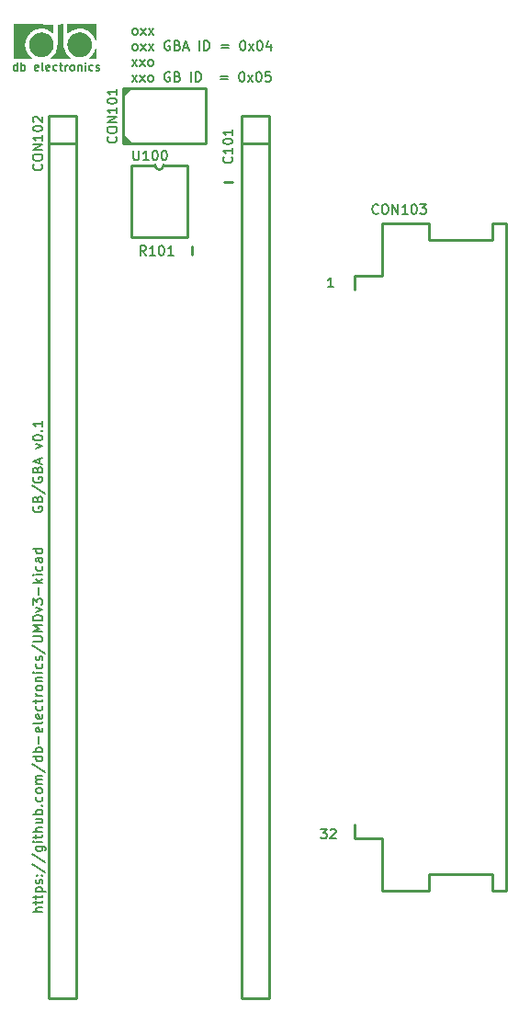
<source format=gto>
%TF.GenerationSoftware,KiCad,Pcbnew,7.0.8*%
%TF.CreationDate,2023-12-20T10:37:58-05:00*%
%TF.ProjectId,gba-umd,6762612d-756d-4642-9e6b-696361645f70,rev?*%
%TF.SameCoordinates,PX7cc0090PY8eeaea0*%
%TF.FileFunction,Legend,Top*%
%TF.FilePolarity,Positive*%
%FSLAX46Y46*%
G04 Gerber Fmt 4.6, Leading zero omitted, Abs format (unit mm)*
G04 Created by KiCad (PCBNEW 7.0.8) date 2023-12-20 10:37:58*
%MOMM*%
%LPD*%
G01*
G04 APERTURE LIST*
%ADD10C,0.203200*%
%ADD11C,0.177800*%
%ADD12C,0.254000*%
%ADD13C,0.010000*%
G04 APERTURE END LIST*
D10*
X28835684Y19423363D02*
X29386017Y19423363D01*
X29386017Y19423363D02*
X29089684Y19084696D01*
X29089684Y19084696D02*
X29216684Y19084696D01*
X29216684Y19084696D02*
X29301350Y19042363D01*
X29301350Y19042363D02*
X29343684Y19000030D01*
X29343684Y19000030D02*
X29386017Y18915363D01*
X29386017Y18915363D02*
X29386017Y18703696D01*
X29386017Y18703696D02*
X29343684Y18619030D01*
X29343684Y18619030D02*
X29301350Y18576696D01*
X29301350Y18576696D02*
X29216684Y18534363D01*
X29216684Y18534363D02*
X28962684Y18534363D01*
X28962684Y18534363D02*
X28878017Y18576696D01*
X28878017Y18576696D02*
X28835684Y18619030D01*
X29724684Y19338696D02*
X29767017Y19381030D01*
X29767017Y19381030D02*
X29851684Y19423363D01*
X29851684Y19423363D02*
X30063351Y19423363D01*
X30063351Y19423363D02*
X30148017Y19381030D01*
X30148017Y19381030D02*
X30190351Y19338696D01*
X30190351Y19338696D02*
X30232684Y19254030D01*
X30232684Y19254030D02*
X30232684Y19169363D01*
X30232684Y19169363D02*
X30190351Y19042363D01*
X30190351Y19042363D02*
X29682351Y18534363D01*
X29682351Y18534363D02*
X30232684Y18534363D01*
X30021017Y69334363D02*
X29513017Y69334363D01*
X29767017Y69334363D02*
X29767017Y70223363D01*
X29767017Y70223363D02*
X29682350Y70096363D01*
X29682350Y70096363D02*
X29597684Y70011696D01*
X29597684Y70011696D02*
X29513017Y69969363D01*
X3182637Y11775351D02*
X2293637Y11775351D01*
X3182637Y12156351D02*
X2716970Y12156351D01*
X2716970Y12156351D02*
X2632304Y12114018D01*
X2632304Y12114018D02*
X2589970Y12029351D01*
X2589970Y12029351D02*
X2589970Y11902351D01*
X2589970Y11902351D02*
X2632304Y11817684D01*
X2632304Y11817684D02*
X2674637Y11775351D01*
X2589970Y12452684D02*
X2589970Y12791351D01*
X2293637Y12579684D02*
X3055637Y12579684D01*
X3055637Y12579684D02*
X3140304Y12622017D01*
X3140304Y12622017D02*
X3182637Y12706684D01*
X3182637Y12706684D02*
X3182637Y12791351D01*
X2589970Y12960684D02*
X2589970Y13299351D01*
X2293637Y13087684D02*
X3055637Y13087684D01*
X3055637Y13087684D02*
X3140304Y13130017D01*
X3140304Y13130017D02*
X3182637Y13214684D01*
X3182637Y13214684D02*
X3182637Y13299351D01*
X2589970Y13595684D02*
X3478970Y13595684D01*
X2632304Y13595684D02*
X2589970Y13680351D01*
X2589970Y13680351D02*
X2589970Y13849684D01*
X2589970Y13849684D02*
X2632304Y13934351D01*
X2632304Y13934351D02*
X2674637Y13976684D01*
X2674637Y13976684D02*
X2759304Y14019017D01*
X2759304Y14019017D02*
X3013304Y14019017D01*
X3013304Y14019017D02*
X3097970Y13976684D01*
X3097970Y13976684D02*
X3140304Y13934351D01*
X3140304Y13934351D02*
X3182637Y13849684D01*
X3182637Y13849684D02*
X3182637Y13680351D01*
X3182637Y13680351D02*
X3140304Y13595684D01*
X3140304Y14357684D02*
X3182637Y14442350D01*
X3182637Y14442350D02*
X3182637Y14611684D01*
X3182637Y14611684D02*
X3140304Y14696350D01*
X3140304Y14696350D02*
X3055637Y14738684D01*
X3055637Y14738684D02*
X3013304Y14738684D01*
X3013304Y14738684D02*
X2928637Y14696350D01*
X2928637Y14696350D02*
X2886304Y14611684D01*
X2886304Y14611684D02*
X2886304Y14484684D01*
X2886304Y14484684D02*
X2843970Y14400017D01*
X2843970Y14400017D02*
X2759304Y14357684D01*
X2759304Y14357684D02*
X2716970Y14357684D01*
X2716970Y14357684D02*
X2632304Y14400017D01*
X2632304Y14400017D02*
X2589970Y14484684D01*
X2589970Y14484684D02*
X2589970Y14611684D01*
X2589970Y14611684D02*
X2632304Y14696350D01*
X3097970Y15119684D02*
X3140304Y15162017D01*
X3140304Y15162017D02*
X3182637Y15119684D01*
X3182637Y15119684D02*
X3140304Y15077351D01*
X3140304Y15077351D02*
X3097970Y15119684D01*
X3097970Y15119684D02*
X3182637Y15119684D01*
X2632304Y15119684D02*
X2674637Y15162017D01*
X2674637Y15162017D02*
X2716970Y15119684D01*
X2716970Y15119684D02*
X2674637Y15077351D01*
X2674637Y15077351D02*
X2632304Y15119684D01*
X2632304Y15119684D02*
X2716970Y15119684D01*
X2251304Y16178017D02*
X3394304Y15416017D01*
X2251304Y17109350D02*
X3394304Y16347350D01*
X2589970Y17786683D02*
X3309637Y17786683D01*
X3309637Y17786683D02*
X3394304Y17744350D01*
X3394304Y17744350D02*
X3436637Y17702016D01*
X3436637Y17702016D02*
X3478970Y17617350D01*
X3478970Y17617350D02*
X3478970Y17490350D01*
X3478970Y17490350D02*
X3436637Y17405683D01*
X3140304Y17786683D02*
X3182637Y17702016D01*
X3182637Y17702016D02*
X3182637Y17532683D01*
X3182637Y17532683D02*
X3140304Y17448016D01*
X3140304Y17448016D02*
X3097970Y17405683D01*
X3097970Y17405683D02*
X3013304Y17363350D01*
X3013304Y17363350D02*
X2759304Y17363350D01*
X2759304Y17363350D02*
X2674637Y17405683D01*
X2674637Y17405683D02*
X2632304Y17448016D01*
X2632304Y17448016D02*
X2589970Y17532683D01*
X2589970Y17532683D02*
X2589970Y17702016D01*
X2589970Y17702016D02*
X2632304Y17786683D01*
X3182637Y18210016D02*
X2589970Y18210016D01*
X2293637Y18210016D02*
X2335970Y18167683D01*
X2335970Y18167683D02*
X2378304Y18210016D01*
X2378304Y18210016D02*
X2335970Y18252349D01*
X2335970Y18252349D02*
X2293637Y18210016D01*
X2293637Y18210016D02*
X2378304Y18210016D01*
X2589970Y18506349D02*
X2589970Y18845016D01*
X2293637Y18633349D02*
X3055637Y18633349D01*
X3055637Y18633349D02*
X3140304Y18675682D01*
X3140304Y18675682D02*
X3182637Y18760349D01*
X3182637Y18760349D02*
X3182637Y18845016D01*
X3182637Y19141349D02*
X2293637Y19141349D01*
X3182637Y19522349D02*
X2716970Y19522349D01*
X2716970Y19522349D02*
X2632304Y19480016D01*
X2632304Y19480016D02*
X2589970Y19395349D01*
X2589970Y19395349D02*
X2589970Y19268349D01*
X2589970Y19268349D02*
X2632304Y19183682D01*
X2632304Y19183682D02*
X2674637Y19141349D01*
X2589970Y20326682D02*
X3182637Y20326682D01*
X2589970Y19945682D02*
X3055637Y19945682D01*
X3055637Y19945682D02*
X3140304Y19988015D01*
X3140304Y19988015D02*
X3182637Y20072682D01*
X3182637Y20072682D02*
X3182637Y20199682D01*
X3182637Y20199682D02*
X3140304Y20284349D01*
X3140304Y20284349D02*
X3097970Y20326682D01*
X3182637Y20750015D02*
X2293637Y20750015D01*
X2632304Y20750015D02*
X2589970Y20834682D01*
X2589970Y20834682D02*
X2589970Y21004015D01*
X2589970Y21004015D02*
X2632304Y21088682D01*
X2632304Y21088682D02*
X2674637Y21131015D01*
X2674637Y21131015D02*
X2759304Y21173348D01*
X2759304Y21173348D02*
X3013304Y21173348D01*
X3013304Y21173348D02*
X3097970Y21131015D01*
X3097970Y21131015D02*
X3140304Y21088682D01*
X3140304Y21088682D02*
X3182637Y21004015D01*
X3182637Y21004015D02*
X3182637Y20834682D01*
X3182637Y20834682D02*
X3140304Y20750015D01*
X3097970Y21554348D02*
X3140304Y21596681D01*
X3140304Y21596681D02*
X3182637Y21554348D01*
X3182637Y21554348D02*
X3140304Y21512015D01*
X3140304Y21512015D02*
X3097970Y21554348D01*
X3097970Y21554348D02*
X3182637Y21554348D01*
X3140304Y22358681D02*
X3182637Y22274014D01*
X3182637Y22274014D02*
X3182637Y22104681D01*
X3182637Y22104681D02*
X3140304Y22020014D01*
X3140304Y22020014D02*
X3097970Y21977681D01*
X3097970Y21977681D02*
X3013304Y21935348D01*
X3013304Y21935348D02*
X2759304Y21935348D01*
X2759304Y21935348D02*
X2674637Y21977681D01*
X2674637Y21977681D02*
X2632304Y22020014D01*
X2632304Y22020014D02*
X2589970Y22104681D01*
X2589970Y22104681D02*
X2589970Y22274014D01*
X2589970Y22274014D02*
X2632304Y22358681D01*
X3182637Y22866681D02*
X3140304Y22782014D01*
X3140304Y22782014D02*
X3097970Y22739681D01*
X3097970Y22739681D02*
X3013304Y22697348D01*
X3013304Y22697348D02*
X2759304Y22697348D01*
X2759304Y22697348D02*
X2674637Y22739681D01*
X2674637Y22739681D02*
X2632304Y22782014D01*
X2632304Y22782014D02*
X2589970Y22866681D01*
X2589970Y22866681D02*
X2589970Y22993681D01*
X2589970Y22993681D02*
X2632304Y23078348D01*
X2632304Y23078348D02*
X2674637Y23120681D01*
X2674637Y23120681D02*
X2759304Y23163014D01*
X2759304Y23163014D02*
X3013304Y23163014D01*
X3013304Y23163014D02*
X3097970Y23120681D01*
X3097970Y23120681D02*
X3140304Y23078348D01*
X3140304Y23078348D02*
X3182637Y22993681D01*
X3182637Y22993681D02*
X3182637Y22866681D01*
X3182637Y23544014D02*
X2589970Y23544014D01*
X2674637Y23544014D02*
X2632304Y23586347D01*
X2632304Y23586347D02*
X2589970Y23671014D01*
X2589970Y23671014D02*
X2589970Y23798014D01*
X2589970Y23798014D02*
X2632304Y23882681D01*
X2632304Y23882681D02*
X2716970Y23925014D01*
X2716970Y23925014D02*
X3182637Y23925014D01*
X2716970Y23925014D02*
X2632304Y23967347D01*
X2632304Y23967347D02*
X2589970Y24052014D01*
X2589970Y24052014D02*
X2589970Y24179014D01*
X2589970Y24179014D02*
X2632304Y24263681D01*
X2632304Y24263681D02*
X2716970Y24306014D01*
X2716970Y24306014D02*
X3182637Y24306014D01*
X2251304Y25364347D02*
X3394304Y24602347D01*
X3182637Y26041680D02*
X2293637Y26041680D01*
X3140304Y26041680D02*
X3182637Y25957013D01*
X3182637Y25957013D02*
X3182637Y25787680D01*
X3182637Y25787680D02*
X3140304Y25703013D01*
X3140304Y25703013D02*
X3097970Y25660680D01*
X3097970Y25660680D02*
X3013304Y25618347D01*
X3013304Y25618347D02*
X2759304Y25618347D01*
X2759304Y25618347D02*
X2674637Y25660680D01*
X2674637Y25660680D02*
X2632304Y25703013D01*
X2632304Y25703013D02*
X2589970Y25787680D01*
X2589970Y25787680D02*
X2589970Y25957013D01*
X2589970Y25957013D02*
X2632304Y26041680D01*
X3182637Y26465013D02*
X2293637Y26465013D01*
X2632304Y26465013D02*
X2589970Y26549680D01*
X2589970Y26549680D02*
X2589970Y26719013D01*
X2589970Y26719013D02*
X2632304Y26803680D01*
X2632304Y26803680D02*
X2674637Y26846013D01*
X2674637Y26846013D02*
X2759304Y26888346D01*
X2759304Y26888346D02*
X3013304Y26888346D01*
X3013304Y26888346D02*
X3097970Y26846013D01*
X3097970Y26846013D02*
X3140304Y26803680D01*
X3140304Y26803680D02*
X3182637Y26719013D01*
X3182637Y26719013D02*
X3182637Y26549680D01*
X3182637Y26549680D02*
X3140304Y26465013D01*
X2843970Y27269346D02*
X2843970Y27946679D01*
X3140304Y28708680D02*
X3182637Y28624013D01*
X3182637Y28624013D02*
X3182637Y28454680D01*
X3182637Y28454680D02*
X3140304Y28370013D01*
X3140304Y28370013D02*
X3055637Y28327680D01*
X3055637Y28327680D02*
X2716970Y28327680D01*
X2716970Y28327680D02*
X2632304Y28370013D01*
X2632304Y28370013D02*
X2589970Y28454680D01*
X2589970Y28454680D02*
X2589970Y28624013D01*
X2589970Y28624013D02*
X2632304Y28708680D01*
X2632304Y28708680D02*
X2716970Y28751013D01*
X2716970Y28751013D02*
X2801637Y28751013D01*
X2801637Y28751013D02*
X2886304Y28327680D01*
X3182637Y29259013D02*
X3140304Y29174346D01*
X3140304Y29174346D02*
X3055637Y29132013D01*
X3055637Y29132013D02*
X2293637Y29132013D01*
X3140304Y29936347D02*
X3182637Y29851680D01*
X3182637Y29851680D02*
X3182637Y29682347D01*
X3182637Y29682347D02*
X3140304Y29597680D01*
X3140304Y29597680D02*
X3055637Y29555347D01*
X3055637Y29555347D02*
X2716970Y29555347D01*
X2716970Y29555347D02*
X2632304Y29597680D01*
X2632304Y29597680D02*
X2589970Y29682347D01*
X2589970Y29682347D02*
X2589970Y29851680D01*
X2589970Y29851680D02*
X2632304Y29936347D01*
X2632304Y29936347D02*
X2716970Y29978680D01*
X2716970Y29978680D02*
X2801637Y29978680D01*
X2801637Y29978680D02*
X2886304Y29555347D01*
X3140304Y30740680D02*
X3182637Y30656013D01*
X3182637Y30656013D02*
X3182637Y30486680D01*
X3182637Y30486680D02*
X3140304Y30402013D01*
X3140304Y30402013D02*
X3097970Y30359680D01*
X3097970Y30359680D02*
X3013304Y30317347D01*
X3013304Y30317347D02*
X2759304Y30317347D01*
X2759304Y30317347D02*
X2674637Y30359680D01*
X2674637Y30359680D02*
X2632304Y30402013D01*
X2632304Y30402013D02*
X2589970Y30486680D01*
X2589970Y30486680D02*
X2589970Y30656013D01*
X2589970Y30656013D02*
X2632304Y30740680D01*
X2589970Y30994680D02*
X2589970Y31333347D01*
X2293637Y31121680D02*
X3055637Y31121680D01*
X3055637Y31121680D02*
X3140304Y31164013D01*
X3140304Y31164013D02*
X3182637Y31248680D01*
X3182637Y31248680D02*
X3182637Y31333347D01*
X3182637Y31629680D02*
X2589970Y31629680D01*
X2759304Y31629680D02*
X2674637Y31672013D01*
X2674637Y31672013D02*
X2632304Y31714347D01*
X2632304Y31714347D02*
X2589970Y31799013D01*
X2589970Y31799013D02*
X2589970Y31883680D01*
X3182637Y32307013D02*
X3140304Y32222346D01*
X3140304Y32222346D02*
X3097970Y32180013D01*
X3097970Y32180013D02*
X3013304Y32137680D01*
X3013304Y32137680D02*
X2759304Y32137680D01*
X2759304Y32137680D02*
X2674637Y32180013D01*
X2674637Y32180013D02*
X2632304Y32222346D01*
X2632304Y32222346D02*
X2589970Y32307013D01*
X2589970Y32307013D02*
X2589970Y32434013D01*
X2589970Y32434013D02*
X2632304Y32518680D01*
X2632304Y32518680D02*
X2674637Y32561013D01*
X2674637Y32561013D02*
X2759304Y32603346D01*
X2759304Y32603346D02*
X3013304Y32603346D01*
X3013304Y32603346D02*
X3097970Y32561013D01*
X3097970Y32561013D02*
X3140304Y32518680D01*
X3140304Y32518680D02*
X3182637Y32434013D01*
X3182637Y32434013D02*
X3182637Y32307013D01*
X2589970Y32984346D02*
X3182637Y32984346D01*
X2674637Y32984346D02*
X2632304Y33026679D01*
X2632304Y33026679D02*
X2589970Y33111346D01*
X2589970Y33111346D02*
X2589970Y33238346D01*
X2589970Y33238346D02*
X2632304Y33323013D01*
X2632304Y33323013D02*
X2716970Y33365346D01*
X2716970Y33365346D02*
X3182637Y33365346D01*
X3182637Y33788679D02*
X2589970Y33788679D01*
X2293637Y33788679D02*
X2335970Y33746346D01*
X2335970Y33746346D02*
X2378304Y33788679D01*
X2378304Y33788679D02*
X2335970Y33831012D01*
X2335970Y33831012D02*
X2293637Y33788679D01*
X2293637Y33788679D02*
X2378304Y33788679D01*
X3140304Y34593012D02*
X3182637Y34508345D01*
X3182637Y34508345D02*
X3182637Y34339012D01*
X3182637Y34339012D02*
X3140304Y34254345D01*
X3140304Y34254345D02*
X3097970Y34212012D01*
X3097970Y34212012D02*
X3013304Y34169679D01*
X3013304Y34169679D02*
X2759304Y34169679D01*
X2759304Y34169679D02*
X2674637Y34212012D01*
X2674637Y34212012D02*
X2632304Y34254345D01*
X2632304Y34254345D02*
X2589970Y34339012D01*
X2589970Y34339012D02*
X2589970Y34508345D01*
X2589970Y34508345D02*
X2632304Y34593012D01*
X3140304Y34931679D02*
X3182637Y35016345D01*
X3182637Y35016345D02*
X3182637Y35185679D01*
X3182637Y35185679D02*
X3140304Y35270345D01*
X3140304Y35270345D02*
X3055637Y35312679D01*
X3055637Y35312679D02*
X3013304Y35312679D01*
X3013304Y35312679D02*
X2928637Y35270345D01*
X2928637Y35270345D02*
X2886304Y35185679D01*
X2886304Y35185679D02*
X2886304Y35058679D01*
X2886304Y35058679D02*
X2843970Y34974012D01*
X2843970Y34974012D02*
X2759304Y34931679D01*
X2759304Y34931679D02*
X2716970Y34931679D01*
X2716970Y34931679D02*
X2632304Y34974012D01*
X2632304Y34974012D02*
X2589970Y35058679D01*
X2589970Y35058679D02*
X2589970Y35185679D01*
X2589970Y35185679D02*
X2632304Y35270345D01*
X2251304Y36328679D02*
X3394304Y35566679D01*
X2293637Y36625012D02*
X3013304Y36625012D01*
X3013304Y36625012D02*
X3097970Y36667345D01*
X3097970Y36667345D02*
X3140304Y36709679D01*
X3140304Y36709679D02*
X3182637Y36794345D01*
X3182637Y36794345D02*
X3182637Y36963679D01*
X3182637Y36963679D02*
X3140304Y37048345D01*
X3140304Y37048345D02*
X3097970Y37090679D01*
X3097970Y37090679D02*
X3013304Y37133012D01*
X3013304Y37133012D02*
X2293637Y37133012D01*
X3182637Y37556345D02*
X2293637Y37556345D01*
X2293637Y37556345D02*
X2928637Y37852678D01*
X2928637Y37852678D02*
X2293637Y38149012D01*
X2293637Y38149012D02*
X3182637Y38149012D01*
X3182637Y38572345D02*
X2293637Y38572345D01*
X2293637Y38572345D02*
X2293637Y38784012D01*
X2293637Y38784012D02*
X2335970Y38911012D01*
X2335970Y38911012D02*
X2420637Y38995678D01*
X2420637Y38995678D02*
X2505304Y39038012D01*
X2505304Y39038012D02*
X2674637Y39080345D01*
X2674637Y39080345D02*
X2801637Y39080345D01*
X2801637Y39080345D02*
X2970970Y39038012D01*
X2970970Y39038012D02*
X3055637Y38995678D01*
X3055637Y38995678D02*
X3140304Y38911012D01*
X3140304Y38911012D02*
X3182637Y38784012D01*
X3182637Y38784012D02*
X3182637Y38572345D01*
X2589970Y39376678D02*
X3182637Y39588345D01*
X3182637Y39588345D02*
X2589970Y39800012D01*
X2293637Y40054011D02*
X2293637Y40604345D01*
X2293637Y40604345D02*
X2632304Y40308011D01*
X2632304Y40308011D02*
X2632304Y40435011D01*
X2632304Y40435011D02*
X2674637Y40519678D01*
X2674637Y40519678D02*
X2716970Y40562011D01*
X2716970Y40562011D02*
X2801637Y40604345D01*
X2801637Y40604345D02*
X3013304Y40604345D01*
X3013304Y40604345D02*
X3097970Y40562011D01*
X3097970Y40562011D02*
X3140304Y40519678D01*
X3140304Y40519678D02*
X3182637Y40435011D01*
X3182637Y40435011D02*
X3182637Y40181011D01*
X3182637Y40181011D02*
X3140304Y40096345D01*
X3140304Y40096345D02*
X3097970Y40054011D01*
X2843970Y40985345D02*
X2843970Y41662678D01*
X3182637Y42086012D02*
X2293637Y42086012D01*
X2843970Y42170679D02*
X3182637Y42424679D01*
X2589970Y42424679D02*
X2928637Y42086012D01*
X3182637Y42805679D02*
X2589970Y42805679D01*
X2293637Y42805679D02*
X2335970Y42763346D01*
X2335970Y42763346D02*
X2378304Y42805679D01*
X2378304Y42805679D02*
X2335970Y42848012D01*
X2335970Y42848012D02*
X2293637Y42805679D01*
X2293637Y42805679D02*
X2378304Y42805679D01*
X3140304Y43610012D02*
X3182637Y43525345D01*
X3182637Y43525345D02*
X3182637Y43356012D01*
X3182637Y43356012D02*
X3140304Y43271345D01*
X3140304Y43271345D02*
X3097970Y43229012D01*
X3097970Y43229012D02*
X3013304Y43186679D01*
X3013304Y43186679D02*
X2759304Y43186679D01*
X2759304Y43186679D02*
X2674637Y43229012D01*
X2674637Y43229012D02*
X2632304Y43271345D01*
X2632304Y43271345D02*
X2589970Y43356012D01*
X2589970Y43356012D02*
X2589970Y43525345D01*
X2589970Y43525345D02*
X2632304Y43610012D01*
X3182637Y44372012D02*
X2716970Y44372012D01*
X2716970Y44372012D02*
X2632304Y44329679D01*
X2632304Y44329679D02*
X2589970Y44245012D01*
X2589970Y44245012D02*
X2589970Y44075679D01*
X2589970Y44075679D02*
X2632304Y43991012D01*
X3140304Y44372012D02*
X3182637Y44287345D01*
X3182637Y44287345D02*
X3182637Y44075679D01*
X3182637Y44075679D02*
X3140304Y43991012D01*
X3140304Y43991012D02*
X3055637Y43948679D01*
X3055637Y43948679D02*
X2970970Y43948679D01*
X2970970Y43948679D02*
X2886304Y43991012D01*
X2886304Y43991012D02*
X2843970Y44075679D01*
X2843970Y44075679D02*
X2843970Y44287345D01*
X2843970Y44287345D02*
X2801637Y44372012D01*
X3182637Y45176345D02*
X2293637Y45176345D01*
X3140304Y45176345D02*
X3182637Y45091678D01*
X3182637Y45091678D02*
X3182637Y44922345D01*
X3182637Y44922345D02*
X3140304Y44837678D01*
X3140304Y44837678D02*
X3097970Y44795345D01*
X3097970Y44795345D02*
X3013304Y44753012D01*
X3013304Y44753012D02*
X2759304Y44753012D01*
X2759304Y44753012D02*
X2674637Y44795345D01*
X2674637Y44795345D02*
X2632304Y44837678D01*
X2632304Y44837678D02*
X2589970Y44922345D01*
X2589970Y44922345D02*
X2589970Y45091678D01*
X2589970Y45091678D02*
X2632304Y45176345D01*
D11*
X878973Y89256501D02*
X878973Y90018501D01*
X878973Y89292786D02*
X806401Y89256501D01*
X806401Y89256501D02*
X661258Y89256501D01*
X661258Y89256501D02*
X588687Y89292786D01*
X588687Y89292786D02*
X552401Y89329072D01*
X552401Y89329072D02*
X516115Y89401644D01*
X516115Y89401644D02*
X516115Y89619358D01*
X516115Y89619358D02*
X552401Y89691929D01*
X552401Y89691929D02*
X588687Y89728215D01*
X588687Y89728215D02*
X661258Y89764501D01*
X661258Y89764501D02*
X806401Y89764501D01*
X806401Y89764501D02*
X878973Y89728215D01*
X1241830Y89256501D02*
X1241830Y90018501D01*
X1241830Y89728215D02*
X1314402Y89764501D01*
X1314402Y89764501D02*
X1459544Y89764501D01*
X1459544Y89764501D02*
X1532116Y89728215D01*
X1532116Y89728215D02*
X1568402Y89691929D01*
X1568402Y89691929D02*
X1604687Y89619358D01*
X1604687Y89619358D02*
X1604687Y89401644D01*
X1604687Y89401644D02*
X1568402Y89329072D01*
X1568402Y89329072D02*
X1532116Y89292786D01*
X1532116Y89292786D02*
X1459544Y89256501D01*
X1459544Y89256501D02*
X1314402Y89256501D01*
X1314402Y89256501D02*
X1241830Y89292786D01*
X2802116Y89292786D02*
X2729544Y89256501D01*
X2729544Y89256501D02*
X2584402Y89256501D01*
X2584402Y89256501D02*
X2511830Y89292786D01*
X2511830Y89292786D02*
X2475544Y89365358D01*
X2475544Y89365358D02*
X2475544Y89655644D01*
X2475544Y89655644D02*
X2511830Y89728215D01*
X2511830Y89728215D02*
X2584402Y89764501D01*
X2584402Y89764501D02*
X2729544Y89764501D01*
X2729544Y89764501D02*
X2802116Y89728215D01*
X2802116Y89728215D02*
X2838402Y89655644D01*
X2838402Y89655644D02*
X2838402Y89583072D01*
X2838402Y89583072D02*
X2475544Y89510501D01*
X3273830Y89256501D02*
X3201259Y89292786D01*
X3201259Y89292786D02*
X3164973Y89365358D01*
X3164973Y89365358D02*
X3164973Y90018501D01*
X3854402Y89292786D02*
X3781830Y89256501D01*
X3781830Y89256501D02*
X3636688Y89256501D01*
X3636688Y89256501D02*
X3564116Y89292786D01*
X3564116Y89292786D02*
X3527830Y89365358D01*
X3527830Y89365358D02*
X3527830Y89655644D01*
X3527830Y89655644D02*
X3564116Y89728215D01*
X3564116Y89728215D02*
X3636688Y89764501D01*
X3636688Y89764501D02*
X3781830Y89764501D01*
X3781830Y89764501D02*
X3854402Y89728215D01*
X3854402Y89728215D02*
X3890688Y89655644D01*
X3890688Y89655644D02*
X3890688Y89583072D01*
X3890688Y89583072D02*
X3527830Y89510501D01*
X4543831Y89292786D02*
X4471259Y89256501D01*
X4471259Y89256501D02*
X4326116Y89256501D01*
X4326116Y89256501D02*
X4253545Y89292786D01*
X4253545Y89292786D02*
X4217259Y89329072D01*
X4217259Y89329072D02*
X4180973Y89401644D01*
X4180973Y89401644D02*
X4180973Y89619358D01*
X4180973Y89619358D02*
X4217259Y89691929D01*
X4217259Y89691929D02*
X4253545Y89728215D01*
X4253545Y89728215D02*
X4326116Y89764501D01*
X4326116Y89764501D02*
X4471259Y89764501D01*
X4471259Y89764501D02*
X4543831Y89728215D01*
X4761545Y89764501D02*
X5051831Y89764501D01*
X4870402Y90018501D02*
X4870402Y89365358D01*
X4870402Y89365358D02*
X4906688Y89292786D01*
X4906688Y89292786D02*
X4979259Y89256501D01*
X4979259Y89256501D02*
X5051831Y89256501D01*
X5305831Y89256501D02*
X5305831Y89764501D01*
X5305831Y89619358D02*
X5342117Y89691929D01*
X5342117Y89691929D02*
X5378403Y89728215D01*
X5378403Y89728215D02*
X5450974Y89764501D01*
X5450974Y89764501D02*
X5523545Y89764501D01*
X5886402Y89256501D02*
X5813831Y89292786D01*
X5813831Y89292786D02*
X5777545Y89329072D01*
X5777545Y89329072D02*
X5741259Y89401644D01*
X5741259Y89401644D02*
X5741259Y89619358D01*
X5741259Y89619358D02*
X5777545Y89691929D01*
X5777545Y89691929D02*
X5813831Y89728215D01*
X5813831Y89728215D02*
X5886402Y89764501D01*
X5886402Y89764501D02*
X5995259Y89764501D01*
X5995259Y89764501D02*
X6067831Y89728215D01*
X6067831Y89728215D02*
X6104117Y89691929D01*
X6104117Y89691929D02*
X6140402Y89619358D01*
X6140402Y89619358D02*
X6140402Y89401644D01*
X6140402Y89401644D02*
X6104117Y89329072D01*
X6104117Y89329072D02*
X6067831Y89292786D01*
X6067831Y89292786D02*
X5995259Y89256501D01*
X5995259Y89256501D02*
X5886402Y89256501D01*
X6466974Y89764501D02*
X6466974Y89256501D01*
X6466974Y89691929D02*
X6503260Y89728215D01*
X6503260Y89728215D02*
X6575831Y89764501D01*
X6575831Y89764501D02*
X6684688Y89764501D01*
X6684688Y89764501D02*
X6757260Y89728215D01*
X6757260Y89728215D02*
X6793546Y89655644D01*
X6793546Y89655644D02*
X6793546Y89256501D01*
X7156403Y89256501D02*
X7156403Y89764501D01*
X7156403Y90018501D02*
X7120117Y89982215D01*
X7120117Y89982215D02*
X7156403Y89945929D01*
X7156403Y89945929D02*
X7192689Y89982215D01*
X7192689Y89982215D02*
X7156403Y90018501D01*
X7156403Y90018501D02*
X7156403Y89945929D01*
X7845832Y89292786D02*
X7773260Y89256501D01*
X7773260Y89256501D02*
X7628117Y89256501D01*
X7628117Y89256501D02*
X7555546Y89292786D01*
X7555546Y89292786D02*
X7519260Y89329072D01*
X7519260Y89329072D02*
X7482974Y89401644D01*
X7482974Y89401644D02*
X7482974Y89619358D01*
X7482974Y89619358D02*
X7519260Y89691929D01*
X7519260Y89691929D02*
X7555546Y89728215D01*
X7555546Y89728215D02*
X7628117Y89764501D01*
X7628117Y89764501D02*
X7773260Y89764501D01*
X7773260Y89764501D02*
X7845832Y89728215D01*
X8136117Y89292786D02*
X8208689Y89256501D01*
X8208689Y89256501D02*
X8353832Y89256501D01*
X8353832Y89256501D02*
X8426403Y89292786D01*
X8426403Y89292786D02*
X8462689Y89365358D01*
X8462689Y89365358D02*
X8462689Y89401644D01*
X8462689Y89401644D02*
X8426403Y89474215D01*
X8426403Y89474215D02*
X8353832Y89510501D01*
X8353832Y89510501D02*
X8244975Y89510501D01*
X8244975Y89510501D02*
X8172403Y89546786D01*
X8172403Y89546786D02*
X8136117Y89619358D01*
X8136117Y89619358D02*
X8136117Y89655644D01*
X8136117Y89655644D02*
X8172403Y89728215D01*
X8172403Y89728215D02*
X8244975Y89764501D01*
X8244975Y89764501D02*
X8353832Y89764501D01*
X8353832Y89764501D02*
X8426403Y89728215D01*
D10*
X2335970Y49071018D02*
X2293637Y48986351D01*
X2293637Y48986351D02*
X2293637Y48859351D01*
X2293637Y48859351D02*
X2335970Y48732351D01*
X2335970Y48732351D02*
X2420637Y48647684D01*
X2420637Y48647684D02*
X2505304Y48605351D01*
X2505304Y48605351D02*
X2674637Y48563018D01*
X2674637Y48563018D02*
X2801637Y48563018D01*
X2801637Y48563018D02*
X2970970Y48605351D01*
X2970970Y48605351D02*
X3055637Y48647684D01*
X3055637Y48647684D02*
X3140304Y48732351D01*
X3140304Y48732351D02*
X3182637Y48859351D01*
X3182637Y48859351D02*
X3182637Y48944018D01*
X3182637Y48944018D02*
X3140304Y49071018D01*
X3140304Y49071018D02*
X3097970Y49113351D01*
X3097970Y49113351D02*
X2801637Y49113351D01*
X2801637Y49113351D02*
X2801637Y48944018D01*
X2716970Y49790684D02*
X2759304Y49917684D01*
X2759304Y49917684D02*
X2801637Y49960018D01*
X2801637Y49960018D02*
X2886304Y50002351D01*
X2886304Y50002351D02*
X3013304Y50002351D01*
X3013304Y50002351D02*
X3097970Y49960018D01*
X3097970Y49960018D02*
X3140304Y49917684D01*
X3140304Y49917684D02*
X3182637Y49833018D01*
X3182637Y49833018D02*
X3182637Y49494351D01*
X3182637Y49494351D02*
X2293637Y49494351D01*
X2293637Y49494351D02*
X2293637Y49790684D01*
X2293637Y49790684D02*
X2335970Y49875351D01*
X2335970Y49875351D02*
X2378304Y49917684D01*
X2378304Y49917684D02*
X2462970Y49960018D01*
X2462970Y49960018D02*
X2547637Y49960018D01*
X2547637Y49960018D02*
X2632304Y49917684D01*
X2632304Y49917684D02*
X2674637Y49875351D01*
X2674637Y49875351D02*
X2716970Y49790684D01*
X2716970Y49790684D02*
X2716970Y49494351D01*
X2251304Y51018351D02*
X3394304Y50256351D01*
X2335970Y51780351D02*
X2293637Y51695684D01*
X2293637Y51695684D02*
X2293637Y51568684D01*
X2293637Y51568684D02*
X2335970Y51441684D01*
X2335970Y51441684D02*
X2420637Y51357017D01*
X2420637Y51357017D02*
X2505304Y51314684D01*
X2505304Y51314684D02*
X2674637Y51272351D01*
X2674637Y51272351D02*
X2801637Y51272351D01*
X2801637Y51272351D02*
X2970970Y51314684D01*
X2970970Y51314684D02*
X3055637Y51357017D01*
X3055637Y51357017D02*
X3140304Y51441684D01*
X3140304Y51441684D02*
X3182637Y51568684D01*
X3182637Y51568684D02*
X3182637Y51653351D01*
X3182637Y51653351D02*
X3140304Y51780351D01*
X3140304Y51780351D02*
X3097970Y51822684D01*
X3097970Y51822684D02*
X2801637Y51822684D01*
X2801637Y51822684D02*
X2801637Y51653351D01*
X2716970Y52500017D02*
X2759304Y52627017D01*
X2759304Y52627017D02*
X2801637Y52669351D01*
X2801637Y52669351D02*
X2886304Y52711684D01*
X2886304Y52711684D02*
X3013304Y52711684D01*
X3013304Y52711684D02*
X3097970Y52669351D01*
X3097970Y52669351D02*
X3140304Y52627017D01*
X3140304Y52627017D02*
X3182637Y52542351D01*
X3182637Y52542351D02*
X3182637Y52203684D01*
X3182637Y52203684D02*
X2293637Y52203684D01*
X2293637Y52203684D02*
X2293637Y52500017D01*
X2293637Y52500017D02*
X2335970Y52584684D01*
X2335970Y52584684D02*
X2378304Y52627017D01*
X2378304Y52627017D02*
X2462970Y52669351D01*
X2462970Y52669351D02*
X2547637Y52669351D01*
X2547637Y52669351D02*
X2632304Y52627017D01*
X2632304Y52627017D02*
X2674637Y52584684D01*
X2674637Y52584684D02*
X2716970Y52500017D01*
X2716970Y52500017D02*
X2716970Y52203684D01*
X2928637Y53050351D02*
X2928637Y53473684D01*
X3182637Y52965684D02*
X2293637Y53262017D01*
X2293637Y53262017D02*
X3182637Y53558351D01*
X2589970Y54447350D02*
X3182637Y54659017D01*
X3182637Y54659017D02*
X2589970Y54870684D01*
X2293637Y55378683D02*
X2293637Y55463350D01*
X2293637Y55463350D02*
X2335970Y55548017D01*
X2335970Y55548017D02*
X2378304Y55590350D01*
X2378304Y55590350D02*
X2462970Y55632683D01*
X2462970Y55632683D02*
X2632304Y55675017D01*
X2632304Y55675017D02*
X2843970Y55675017D01*
X2843970Y55675017D02*
X3013304Y55632683D01*
X3013304Y55632683D02*
X3097970Y55590350D01*
X3097970Y55590350D02*
X3140304Y55548017D01*
X3140304Y55548017D02*
X3182637Y55463350D01*
X3182637Y55463350D02*
X3182637Y55378683D01*
X3182637Y55378683D02*
X3140304Y55294017D01*
X3140304Y55294017D02*
X3097970Y55251683D01*
X3097970Y55251683D02*
X3013304Y55209350D01*
X3013304Y55209350D02*
X2843970Y55167017D01*
X2843970Y55167017D02*
X2632304Y55167017D01*
X2632304Y55167017D02*
X2462970Y55209350D01*
X2462970Y55209350D02*
X2378304Y55251683D01*
X2378304Y55251683D02*
X2335970Y55294017D01*
X2335970Y55294017D02*
X2293637Y55378683D01*
X3097970Y56056017D02*
X3140304Y56098350D01*
X3140304Y56098350D02*
X3182637Y56056017D01*
X3182637Y56056017D02*
X3140304Y56013684D01*
X3140304Y56013684D02*
X3097970Y56056017D01*
X3097970Y56056017D02*
X3182637Y56056017D01*
X3182637Y56945017D02*
X3182637Y56437017D01*
X3182637Y56691017D02*
X2293637Y56691017D01*
X2293637Y56691017D02*
X2420637Y56606350D01*
X2420637Y56606350D02*
X2505304Y56521683D01*
X2505304Y56521683D02*
X2547637Y56437017D01*
X11648350Y92551233D02*
X11563684Y92593566D01*
X11563684Y92593566D02*
X11521350Y92635900D01*
X11521350Y92635900D02*
X11479017Y92720566D01*
X11479017Y92720566D02*
X11479017Y92974566D01*
X11479017Y92974566D02*
X11521350Y93059233D01*
X11521350Y93059233D02*
X11563684Y93101566D01*
X11563684Y93101566D02*
X11648350Y93143900D01*
X11648350Y93143900D02*
X11775350Y93143900D01*
X11775350Y93143900D02*
X11860017Y93101566D01*
X11860017Y93101566D02*
X11902350Y93059233D01*
X11902350Y93059233D02*
X11944684Y92974566D01*
X11944684Y92974566D02*
X11944684Y92720566D01*
X11944684Y92720566D02*
X11902350Y92635900D01*
X11902350Y92635900D02*
X11860017Y92593566D01*
X11860017Y92593566D02*
X11775350Y92551233D01*
X11775350Y92551233D02*
X11648350Y92551233D01*
X12241017Y92551233D02*
X12706683Y93143900D01*
X12241017Y93143900D02*
X12706683Y92551233D01*
X12960684Y92551233D02*
X13426350Y93143900D01*
X12960684Y93143900D02*
X13426350Y92551233D01*
X11648350Y91119943D02*
X11563684Y91162276D01*
X11563684Y91162276D02*
X11521350Y91204610D01*
X11521350Y91204610D02*
X11479017Y91289276D01*
X11479017Y91289276D02*
X11479017Y91543276D01*
X11479017Y91543276D02*
X11521350Y91627943D01*
X11521350Y91627943D02*
X11563684Y91670276D01*
X11563684Y91670276D02*
X11648350Y91712610D01*
X11648350Y91712610D02*
X11775350Y91712610D01*
X11775350Y91712610D02*
X11860017Y91670276D01*
X11860017Y91670276D02*
X11902350Y91627943D01*
X11902350Y91627943D02*
X11944684Y91543276D01*
X11944684Y91543276D02*
X11944684Y91289276D01*
X11944684Y91289276D02*
X11902350Y91204610D01*
X11902350Y91204610D02*
X11860017Y91162276D01*
X11860017Y91162276D02*
X11775350Y91119943D01*
X11775350Y91119943D02*
X11648350Y91119943D01*
X12241017Y91119943D02*
X12706683Y91712610D01*
X12241017Y91712610D02*
X12706683Y91119943D01*
X12960684Y91119943D02*
X13426350Y91712610D01*
X12960684Y91712610D02*
X13426350Y91119943D01*
X14908017Y91966610D02*
X14823350Y92008943D01*
X14823350Y92008943D02*
X14696350Y92008943D01*
X14696350Y92008943D02*
X14569350Y91966610D01*
X14569350Y91966610D02*
X14484684Y91881943D01*
X14484684Y91881943D02*
X14442350Y91797276D01*
X14442350Y91797276D02*
X14400017Y91627943D01*
X14400017Y91627943D02*
X14400017Y91500943D01*
X14400017Y91500943D02*
X14442350Y91331610D01*
X14442350Y91331610D02*
X14484684Y91246943D01*
X14484684Y91246943D02*
X14569350Y91162276D01*
X14569350Y91162276D02*
X14696350Y91119943D01*
X14696350Y91119943D02*
X14781017Y91119943D01*
X14781017Y91119943D02*
X14908017Y91162276D01*
X14908017Y91162276D02*
X14950350Y91204610D01*
X14950350Y91204610D02*
X14950350Y91500943D01*
X14950350Y91500943D02*
X14781017Y91500943D01*
X15627684Y91585610D02*
X15754684Y91543276D01*
X15754684Y91543276D02*
X15797017Y91500943D01*
X15797017Y91500943D02*
X15839350Y91416276D01*
X15839350Y91416276D02*
X15839350Y91289276D01*
X15839350Y91289276D02*
X15797017Y91204610D01*
X15797017Y91204610D02*
X15754684Y91162276D01*
X15754684Y91162276D02*
X15670017Y91119943D01*
X15670017Y91119943D02*
X15331350Y91119943D01*
X15331350Y91119943D02*
X15331350Y92008943D01*
X15331350Y92008943D02*
X15627684Y92008943D01*
X15627684Y92008943D02*
X15712350Y91966610D01*
X15712350Y91966610D02*
X15754684Y91924276D01*
X15754684Y91924276D02*
X15797017Y91839610D01*
X15797017Y91839610D02*
X15797017Y91754943D01*
X15797017Y91754943D02*
X15754684Y91670276D01*
X15754684Y91670276D02*
X15712350Y91627943D01*
X15712350Y91627943D02*
X15627684Y91585610D01*
X15627684Y91585610D02*
X15331350Y91585610D01*
X16178017Y91373943D02*
X16601350Y91373943D01*
X16093350Y91119943D02*
X16389684Y92008943D01*
X16389684Y92008943D02*
X16686017Y91119943D01*
X17659683Y91119943D02*
X17659683Y92008943D01*
X18083016Y91119943D02*
X18083016Y92008943D01*
X18083016Y92008943D02*
X18294683Y92008943D01*
X18294683Y92008943D02*
X18421683Y91966610D01*
X18421683Y91966610D02*
X18506350Y91881943D01*
X18506350Y91881943D02*
X18548683Y91797276D01*
X18548683Y91797276D02*
X18591016Y91627943D01*
X18591016Y91627943D02*
X18591016Y91500943D01*
X18591016Y91500943D02*
X18548683Y91331610D01*
X18548683Y91331610D02*
X18506350Y91246943D01*
X18506350Y91246943D02*
X18421683Y91162276D01*
X18421683Y91162276D02*
X18294683Y91119943D01*
X18294683Y91119943D02*
X18083016Y91119943D01*
X19649349Y91585610D02*
X20326683Y91585610D01*
X20326683Y91331610D02*
X19649349Y91331610D01*
X21596683Y92008943D02*
X21681349Y92008943D01*
X21681349Y92008943D02*
X21766016Y91966610D01*
X21766016Y91966610D02*
X21808349Y91924276D01*
X21808349Y91924276D02*
X21850683Y91839610D01*
X21850683Y91839610D02*
X21893016Y91670276D01*
X21893016Y91670276D02*
X21893016Y91458610D01*
X21893016Y91458610D02*
X21850683Y91289276D01*
X21850683Y91289276D02*
X21808349Y91204610D01*
X21808349Y91204610D02*
X21766016Y91162276D01*
X21766016Y91162276D02*
X21681349Y91119943D01*
X21681349Y91119943D02*
X21596683Y91119943D01*
X21596683Y91119943D02*
X21512016Y91162276D01*
X21512016Y91162276D02*
X21469683Y91204610D01*
X21469683Y91204610D02*
X21427349Y91289276D01*
X21427349Y91289276D02*
X21385016Y91458610D01*
X21385016Y91458610D02*
X21385016Y91670276D01*
X21385016Y91670276D02*
X21427349Y91839610D01*
X21427349Y91839610D02*
X21469683Y91924276D01*
X21469683Y91924276D02*
X21512016Y91966610D01*
X21512016Y91966610D02*
X21596683Y92008943D01*
X22189350Y91119943D02*
X22655016Y91712610D01*
X22189350Y91712610D02*
X22655016Y91119943D01*
X23163017Y92008943D02*
X23247683Y92008943D01*
X23247683Y92008943D02*
X23332350Y91966610D01*
X23332350Y91966610D02*
X23374683Y91924276D01*
X23374683Y91924276D02*
X23417017Y91839610D01*
X23417017Y91839610D02*
X23459350Y91670276D01*
X23459350Y91670276D02*
X23459350Y91458610D01*
X23459350Y91458610D02*
X23417017Y91289276D01*
X23417017Y91289276D02*
X23374683Y91204610D01*
X23374683Y91204610D02*
X23332350Y91162276D01*
X23332350Y91162276D02*
X23247683Y91119943D01*
X23247683Y91119943D02*
X23163017Y91119943D01*
X23163017Y91119943D02*
X23078350Y91162276D01*
X23078350Y91162276D02*
X23036017Y91204610D01*
X23036017Y91204610D02*
X22993683Y91289276D01*
X22993683Y91289276D02*
X22951350Y91458610D01*
X22951350Y91458610D02*
X22951350Y91670276D01*
X22951350Y91670276D02*
X22993683Y91839610D01*
X22993683Y91839610D02*
X23036017Y91924276D01*
X23036017Y91924276D02*
X23078350Y91966610D01*
X23078350Y91966610D02*
X23163017Y92008943D01*
X24221350Y91712610D02*
X24221350Y91119943D01*
X24009684Y92051276D02*
X23798017Y91416276D01*
X23798017Y91416276D02*
X24348350Y91416276D01*
X11436684Y89688653D02*
X11902350Y90281320D01*
X11436684Y90281320D02*
X11902350Y89688653D01*
X12156351Y89688653D02*
X12622017Y90281320D01*
X12156351Y90281320D02*
X12622017Y89688653D01*
X13087684Y89688653D02*
X13003018Y89730986D01*
X13003018Y89730986D02*
X12960684Y89773320D01*
X12960684Y89773320D02*
X12918351Y89857986D01*
X12918351Y89857986D02*
X12918351Y90111986D01*
X12918351Y90111986D02*
X12960684Y90196653D01*
X12960684Y90196653D02*
X13003018Y90238986D01*
X13003018Y90238986D02*
X13087684Y90281320D01*
X13087684Y90281320D02*
X13214684Y90281320D01*
X13214684Y90281320D02*
X13299351Y90238986D01*
X13299351Y90238986D02*
X13341684Y90196653D01*
X13341684Y90196653D02*
X13384018Y90111986D01*
X13384018Y90111986D02*
X13384018Y89857986D01*
X13384018Y89857986D02*
X13341684Y89773320D01*
X13341684Y89773320D02*
X13299351Y89730986D01*
X13299351Y89730986D02*
X13214684Y89688653D01*
X13214684Y89688653D02*
X13087684Y89688653D01*
X11436684Y88257363D02*
X11902350Y88850030D01*
X11436684Y88850030D02*
X11902350Y88257363D01*
X12156351Y88257363D02*
X12622017Y88850030D01*
X12156351Y88850030D02*
X12622017Y88257363D01*
X13087684Y88257363D02*
X13003018Y88299696D01*
X13003018Y88299696D02*
X12960684Y88342030D01*
X12960684Y88342030D02*
X12918351Y88426696D01*
X12918351Y88426696D02*
X12918351Y88680696D01*
X12918351Y88680696D02*
X12960684Y88765363D01*
X12960684Y88765363D02*
X13003018Y88807696D01*
X13003018Y88807696D02*
X13087684Y88850030D01*
X13087684Y88850030D02*
X13214684Y88850030D01*
X13214684Y88850030D02*
X13299351Y88807696D01*
X13299351Y88807696D02*
X13341684Y88765363D01*
X13341684Y88765363D02*
X13384018Y88680696D01*
X13384018Y88680696D02*
X13384018Y88426696D01*
X13384018Y88426696D02*
X13341684Y88342030D01*
X13341684Y88342030D02*
X13299351Y88299696D01*
X13299351Y88299696D02*
X13214684Y88257363D01*
X13214684Y88257363D02*
X13087684Y88257363D01*
X14908017Y89104030D02*
X14823350Y89146363D01*
X14823350Y89146363D02*
X14696350Y89146363D01*
X14696350Y89146363D02*
X14569350Y89104030D01*
X14569350Y89104030D02*
X14484684Y89019363D01*
X14484684Y89019363D02*
X14442350Y88934696D01*
X14442350Y88934696D02*
X14400017Y88765363D01*
X14400017Y88765363D02*
X14400017Y88638363D01*
X14400017Y88638363D02*
X14442350Y88469030D01*
X14442350Y88469030D02*
X14484684Y88384363D01*
X14484684Y88384363D02*
X14569350Y88299696D01*
X14569350Y88299696D02*
X14696350Y88257363D01*
X14696350Y88257363D02*
X14781017Y88257363D01*
X14781017Y88257363D02*
X14908017Y88299696D01*
X14908017Y88299696D02*
X14950350Y88342030D01*
X14950350Y88342030D02*
X14950350Y88638363D01*
X14950350Y88638363D02*
X14781017Y88638363D01*
X15627684Y88723030D02*
X15754684Y88680696D01*
X15754684Y88680696D02*
X15797017Y88638363D01*
X15797017Y88638363D02*
X15839350Y88553696D01*
X15839350Y88553696D02*
X15839350Y88426696D01*
X15839350Y88426696D02*
X15797017Y88342030D01*
X15797017Y88342030D02*
X15754684Y88299696D01*
X15754684Y88299696D02*
X15670017Y88257363D01*
X15670017Y88257363D02*
X15331350Y88257363D01*
X15331350Y88257363D02*
X15331350Y89146363D01*
X15331350Y89146363D02*
X15627684Y89146363D01*
X15627684Y89146363D02*
X15712350Y89104030D01*
X15712350Y89104030D02*
X15754684Y89061696D01*
X15754684Y89061696D02*
X15797017Y88977030D01*
X15797017Y88977030D02*
X15797017Y88892363D01*
X15797017Y88892363D02*
X15754684Y88807696D01*
X15754684Y88807696D02*
X15712350Y88765363D01*
X15712350Y88765363D02*
X15627684Y88723030D01*
X15627684Y88723030D02*
X15331350Y88723030D01*
X16897683Y88257363D02*
X16897683Y89146363D01*
X17321016Y88257363D02*
X17321016Y89146363D01*
X17321016Y89146363D02*
X17532683Y89146363D01*
X17532683Y89146363D02*
X17659683Y89104030D01*
X17659683Y89104030D02*
X17744350Y89019363D01*
X17744350Y89019363D02*
X17786683Y88934696D01*
X17786683Y88934696D02*
X17829016Y88765363D01*
X17829016Y88765363D02*
X17829016Y88638363D01*
X17829016Y88638363D02*
X17786683Y88469030D01*
X17786683Y88469030D02*
X17744350Y88384363D01*
X17744350Y88384363D02*
X17659683Y88299696D01*
X17659683Y88299696D02*
X17532683Y88257363D01*
X17532683Y88257363D02*
X17321016Y88257363D01*
X19564682Y88723030D02*
X20242016Y88723030D01*
X20242016Y88469030D02*
X19564682Y88469030D01*
X21512016Y89146363D02*
X21596682Y89146363D01*
X21596682Y89146363D02*
X21681349Y89104030D01*
X21681349Y89104030D02*
X21723682Y89061696D01*
X21723682Y89061696D02*
X21766016Y88977030D01*
X21766016Y88977030D02*
X21808349Y88807696D01*
X21808349Y88807696D02*
X21808349Y88596030D01*
X21808349Y88596030D02*
X21766016Y88426696D01*
X21766016Y88426696D02*
X21723682Y88342030D01*
X21723682Y88342030D02*
X21681349Y88299696D01*
X21681349Y88299696D02*
X21596682Y88257363D01*
X21596682Y88257363D02*
X21512016Y88257363D01*
X21512016Y88257363D02*
X21427349Y88299696D01*
X21427349Y88299696D02*
X21385016Y88342030D01*
X21385016Y88342030D02*
X21342682Y88426696D01*
X21342682Y88426696D02*
X21300349Y88596030D01*
X21300349Y88596030D02*
X21300349Y88807696D01*
X21300349Y88807696D02*
X21342682Y88977030D01*
X21342682Y88977030D02*
X21385016Y89061696D01*
X21385016Y89061696D02*
X21427349Y89104030D01*
X21427349Y89104030D02*
X21512016Y89146363D01*
X22104683Y88257363D02*
X22570349Y88850030D01*
X22104683Y88850030D02*
X22570349Y88257363D01*
X23078350Y89146363D02*
X23163016Y89146363D01*
X23163016Y89146363D02*
X23247683Y89104030D01*
X23247683Y89104030D02*
X23290016Y89061696D01*
X23290016Y89061696D02*
X23332350Y88977030D01*
X23332350Y88977030D02*
X23374683Y88807696D01*
X23374683Y88807696D02*
X23374683Y88596030D01*
X23374683Y88596030D02*
X23332350Y88426696D01*
X23332350Y88426696D02*
X23290016Y88342030D01*
X23290016Y88342030D02*
X23247683Y88299696D01*
X23247683Y88299696D02*
X23163016Y88257363D01*
X23163016Y88257363D02*
X23078350Y88257363D01*
X23078350Y88257363D02*
X22993683Y88299696D01*
X22993683Y88299696D02*
X22951350Y88342030D01*
X22951350Y88342030D02*
X22909016Y88426696D01*
X22909016Y88426696D02*
X22866683Y88596030D01*
X22866683Y88596030D02*
X22866683Y88807696D01*
X22866683Y88807696D02*
X22909016Y88977030D01*
X22909016Y88977030D02*
X22951350Y89061696D01*
X22951350Y89061696D02*
X22993683Y89104030D01*
X22993683Y89104030D02*
X23078350Y89146363D01*
X24179017Y89146363D02*
X23755683Y89146363D01*
X23755683Y89146363D02*
X23713350Y88723030D01*
X23713350Y88723030D02*
X23755683Y88765363D01*
X23755683Y88765363D02*
X23840350Y88807696D01*
X23840350Y88807696D02*
X24052017Y88807696D01*
X24052017Y88807696D02*
X24136683Y88765363D01*
X24136683Y88765363D02*
X24179017Y88723030D01*
X24179017Y88723030D02*
X24221350Y88638363D01*
X24221350Y88638363D02*
X24221350Y88426696D01*
X24221350Y88426696D02*
X24179017Y88342030D01*
X24179017Y88342030D02*
X24136683Y88299696D01*
X24136683Y88299696D02*
X24052017Y88257363D01*
X24052017Y88257363D02*
X23840350Y88257363D01*
X23840350Y88257363D02*
X23755683Y88299696D01*
X23755683Y88299696D02*
X23713350Y88342030D01*
X3110035Y80623834D02*
X3152369Y80581501D01*
X3152369Y80581501D02*
X3194702Y80454501D01*
X3194702Y80454501D02*
X3194702Y80369834D01*
X3194702Y80369834D02*
X3152369Y80242834D01*
X3152369Y80242834D02*
X3067702Y80158167D01*
X3067702Y80158167D02*
X2983035Y80115834D01*
X2983035Y80115834D02*
X2813702Y80073501D01*
X2813702Y80073501D02*
X2686702Y80073501D01*
X2686702Y80073501D02*
X2517369Y80115834D01*
X2517369Y80115834D02*
X2432702Y80158167D01*
X2432702Y80158167D02*
X2348035Y80242834D01*
X2348035Y80242834D02*
X2305702Y80369834D01*
X2305702Y80369834D02*
X2305702Y80454501D01*
X2305702Y80454501D02*
X2348035Y80581501D01*
X2348035Y80581501D02*
X2390369Y80623834D01*
X2305702Y81174167D02*
X2305702Y81343501D01*
X2305702Y81343501D02*
X2348035Y81428167D01*
X2348035Y81428167D02*
X2432702Y81512834D01*
X2432702Y81512834D02*
X2602035Y81555167D01*
X2602035Y81555167D02*
X2898369Y81555167D01*
X2898369Y81555167D02*
X3067702Y81512834D01*
X3067702Y81512834D02*
X3152369Y81428167D01*
X3152369Y81428167D02*
X3194702Y81343501D01*
X3194702Y81343501D02*
X3194702Y81174167D01*
X3194702Y81174167D02*
X3152369Y81089501D01*
X3152369Y81089501D02*
X3067702Y81004834D01*
X3067702Y81004834D02*
X2898369Y80962501D01*
X2898369Y80962501D02*
X2602035Y80962501D01*
X2602035Y80962501D02*
X2432702Y81004834D01*
X2432702Y81004834D02*
X2348035Y81089501D01*
X2348035Y81089501D02*
X2305702Y81174167D01*
X3194702Y81936167D02*
X2305702Y81936167D01*
X2305702Y81936167D02*
X3194702Y82444167D01*
X3194702Y82444167D02*
X2305702Y82444167D01*
X3194702Y83333167D02*
X3194702Y82825167D01*
X3194702Y83079167D02*
X2305702Y83079167D01*
X2305702Y83079167D02*
X2432702Y82994500D01*
X2432702Y82994500D02*
X2517369Y82909833D01*
X2517369Y82909833D02*
X2559702Y82825167D01*
X2305702Y83883500D02*
X2305702Y83968167D01*
X2305702Y83968167D02*
X2348035Y84052834D01*
X2348035Y84052834D02*
X2390369Y84095167D01*
X2390369Y84095167D02*
X2475035Y84137500D01*
X2475035Y84137500D02*
X2644369Y84179834D01*
X2644369Y84179834D02*
X2856035Y84179834D01*
X2856035Y84179834D02*
X3025369Y84137500D01*
X3025369Y84137500D02*
X3110035Y84095167D01*
X3110035Y84095167D02*
X3152369Y84052834D01*
X3152369Y84052834D02*
X3194702Y83968167D01*
X3194702Y83968167D02*
X3194702Y83883500D01*
X3194702Y83883500D02*
X3152369Y83798834D01*
X3152369Y83798834D02*
X3110035Y83756500D01*
X3110035Y83756500D02*
X3025369Y83714167D01*
X3025369Y83714167D02*
X2856035Y83671834D01*
X2856035Y83671834D02*
X2644369Y83671834D01*
X2644369Y83671834D02*
X2475035Y83714167D01*
X2475035Y83714167D02*
X2390369Y83756500D01*
X2390369Y83756500D02*
X2348035Y83798834D01*
X2348035Y83798834D02*
X2305702Y83883500D01*
X2390369Y84518501D02*
X2348035Y84560834D01*
X2348035Y84560834D02*
X2305702Y84645501D01*
X2305702Y84645501D02*
X2305702Y84857167D01*
X2305702Y84857167D02*
X2348035Y84941834D01*
X2348035Y84941834D02*
X2390369Y84984167D01*
X2390369Y84984167D02*
X2475035Y85026501D01*
X2475035Y85026501D02*
X2559702Y85026501D01*
X2559702Y85026501D02*
X2686702Y84984167D01*
X2686702Y84984167D02*
X3194702Y84476167D01*
X3194702Y84476167D02*
X3194702Y85026501D01*
X11593999Y81899298D02*
X11593999Y81179631D01*
X11593999Y81179631D02*
X11636333Y81094965D01*
X11636333Y81094965D02*
X11678666Y81052631D01*
X11678666Y81052631D02*
X11763333Y81010298D01*
X11763333Y81010298D02*
X11932666Y81010298D01*
X11932666Y81010298D02*
X12017333Y81052631D01*
X12017333Y81052631D02*
X12059666Y81094965D01*
X12059666Y81094965D02*
X12101999Y81179631D01*
X12101999Y81179631D02*
X12101999Y81899298D01*
X12990999Y81010298D02*
X12482999Y81010298D01*
X12736999Y81010298D02*
X12736999Y81899298D01*
X12736999Y81899298D02*
X12652332Y81772298D01*
X12652332Y81772298D02*
X12567666Y81687631D01*
X12567666Y81687631D02*
X12482999Y81645298D01*
X13541333Y81899298D02*
X13625999Y81899298D01*
X13625999Y81899298D02*
X13710666Y81856965D01*
X13710666Y81856965D02*
X13752999Y81814631D01*
X13752999Y81814631D02*
X13795333Y81729965D01*
X13795333Y81729965D02*
X13837666Y81560631D01*
X13837666Y81560631D02*
X13837666Y81348965D01*
X13837666Y81348965D02*
X13795333Y81179631D01*
X13795333Y81179631D02*
X13752999Y81094965D01*
X13752999Y81094965D02*
X13710666Y81052631D01*
X13710666Y81052631D02*
X13625999Y81010298D01*
X13625999Y81010298D02*
X13541333Y81010298D01*
X13541333Y81010298D02*
X13456666Y81052631D01*
X13456666Y81052631D02*
X13414333Y81094965D01*
X13414333Y81094965D02*
X13371999Y81179631D01*
X13371999Y81179631D02*
X13329666Y81348965D01*
X13329666Y81348965D02*
X13329666Y81560631D01*
X13329666Y81560631D02*
X13371999Y81729965D01*
X13371999Y81729965D02*
X13414333Y81814631D01*
X13414333Y81814631D02*
X13456666Y81856965D01*
X13456666Y81856965D02*
X13541333Y81899298D01*
X14388000Y81899298D02*
X14472666Y81899298D01*
X14472666Y81899298D02*
X14557333Y81856965D01*
X14557333Y81856965D02*
X14599666Y81814631D01*
X14599666Y81814631D02*
X14642000Y81729965D01*
X14642000Y81729965D02*
X14684333Y81560631D01*
X14684333Y81560631D02*
X14684333Y81348965D01*
X14684333Y81348965D02*
X14642000Y81179631D01*
X14642000Y81179631D02*
X14599666Y81094965D01*
X14599666Y81094965D02*
X14557333Y81052631D01*
X14557333Y81052631D02*
X14472666Y81010298D01*
X14472666Y81010298D02*
X14388000Y81010298D01*
X14388000Y81010298D02*
X14303333Y81052631D01*
X14303333Y81052631D02*
X14261000Y81094965D01*
X14261000Y81094965D02*
X14218666Y81179631D01*
X14218666Y81179631D02*
X14176333Y81348965D01*
X14176333Y81348965D02*
X14176333Y81560631D01*
X14176333Y81560631D02*
X14218666Y81729965D01*
X14218666Y81729965D02*
X14261000Y81814631D01*
X14261000Y81814631D02*
X14303333Y81856965D01*
X14303333Y81856965D02*
X14388000Y81899298D01*
X9968035Y83163834D02*
X10010369Y83121501D01*
X10010369Y83121501D02*
X10052702Y82994501D01*
X10052702Y82994501D02*
X10052702Y82909834D01*
X10052702Y82909834D02*
X10010369Y82782834D01*
X10010369Y82782834D02*
X9925702Y82698167D01*
X9925702Y82698167D02*
X9841035Y82655834D01*
X9841035Y82655834D02*
X9671702Y82613501D01*
X9671702Y82613501D02*
X9544702Y82613501D01*
X9544702Y82613501D02*
X9375369Y82655834D01*
X9375369Y82655834D02*
X9290702Y82698167D01*
X9290702Y82698167D02*
X9206035Y82782834D01*
X9206035Y82782834D02*
X9163702Y82909834D01*
X9163702Y82909834D02*
X9163702Y82994501D01*
X9163702Y82994501D02*
X9206035Y83121501D01*
X9206035Y83121501D02*
X9248369Y83163834D01*
X9163702Y83714167D02*
X9163702Y83883501D01*
X9163702Y83883501D02*
X9206035Y83968167D01*
X9206035Y83968167D02*
X9290702Y84052834D01*
X9290702Y84052834D02*
X9460035Y84095167D01*
X9460035Y84095167D02*
X9756369Y84095167D01*
X9756369Y84095167D02*
X9925702Y84052834D01*
X9925702Y84052834D02*
X10010369Y83968167D01*
X10010369Y83968167D02*
X10052702Y83883501D01*
X10052702Y83883501D02*
X10052702Y83714167D01*
X10052702Y83714167D02*
X10010369Y83629501D01*
X10010369Y83629501D02*
X9925702Y83544834D01*
X9925702Y83544834D02*
X9756369Y83502501D01*
X9756369Y83502501D02*
X9460035Y83502501D01*
X9460035Y83502501D02*
X9290702Y83544834D01*
X9290702Y83544834D02*
X9206035Y83629501D01*
X9206035Y83629501D02*
X9163702Y83714167D01*
X10052702Y84476167D02*
X9163702Y84476167D01*
X9163702Y84476167D02*
X10052702Y84984167D01*
X10052702Y84984167D02*
X9163702Y84984167D01*
X10052702Y85873167D02*
X10052702Y85365167D01*
X10052702Y85619167D02*
X9163702Y85619167D01*
X9163702Y85619167D02*
X9290702Y85534500D01*
X9290702Y85534500D02*
X9375369Y85449833D01*
X9375369Y85449833D02*
X9417702Y85365167D01*
X9163702Y86423500D02*
X9163702Y86508167D01*
X9163702Y86508167D02*
X9206035Y86592834D01*
X9206035Y86592834D02*
X9248369Y86635167D01*
X9248369Y86635167D02*
X9333035Y86677500D01*
X9333035Y86677500D02*
X9502369Y86719834D01*
X9502369Y86719834D02*
X9714035Y86719834D01*
X9714035Y86719834D02*
X9883369Y86677500D01*
X9883369Y86677500D02*
X9968035Y86635167D01*
X9968035Y86635167D02*
X10010369Y86592834D01*
X10010369Y86592834D02*
X10052702Y86508167D01*
X10052702Y86508167D02*
X10052702Y86423500D01*
X10052702Y86423500D02*
X10010369Y86338834D01*
X10010369Y86338834D02*
X9968035Y86296500D01*
X9968035Y86296500D02*
X9883369Y86254167D01*
X9883369Y86254167D02*
X9714035Y86211834D01*
X9714035Y86211834D02*
X9502369Y86211834D01*
X9502369Y86211834D02*
X9333035Y86254167D01*
X9333035Y86254167D02*
X9248369Y86296500D01*
X9248369Y86296500D02*
X9206035Y86338834D01*
X9206035Y86338834D02*
X9163702Y86423500D01*
X10052702Y87566501D02*
X10052702Y87058501D01*
X10052702Y87312501D02*
X9163702Y87312501D01*
X9163702Y87312501D02*
X9290702Y87227834D01*
X9290702Y87227834D02*
X9375369Y87143167D01*
X9375369Y87143167D02*
X9417702Y87058501D01*
X20636035Y81301167D02*
X20678369Y81258834D01*
X20678369Y81258834D02*
X20720702Y81131834D01*
X20720702Y81131834D02*
X20720702Y81047167D01*
X20720702Y81047167D02*
X20678369Y80920167D01*
X20678369Y80920167D02*
X20593702Y80835500D01*
X20593702Y80835500D02*
X20509035Y80793167D01*
X20509035Y80793167D02*
X20339702Y80750834D01*
X20339702Y80750834D02*
X20212702Y80750834D01*
X20212702Y80750834D02*
X20043369Y80793167D01*
X20043369Y80793167D02*
X19958702Y80835500D01*
X19958702Y80835500D02*
X19874035Y80920167D01*
X19874035Y80920167D02*
X19831702Y81047167D01*
X19831702Y81047167D02*
X19831702Y81131834D01*
X19831702Y81131834D02*
X19874035Y81258834D01*
X19874035Y81258834D02*
X19916369Y81301167D01*
X20720702Y82147834D02*
X20720702Y81639834D01*
X20720702Y81893834D02*
X19831702Y81893834D01*
X19831702Y81893834D02*
X19958702Y81809167D01*
X19958702Y81809167D02*
X20043369Y81724500D01*
X20043369Y81724500D02*
X20085702Y81639834D01*
X19831702Y82698167D02*
X19831702Y82782834D01*
X19831702Y82782834D02*
X19874035Y82867501D01*
X19874035Y82867501D02*
X19916369Y82909834D01*
X19916369Y82909834D02*
X20001035Y82952167D01*
X20001035Y82952167D02*
X20170369Y82994501D01*
X20170369Y82994501D02*
X20382035Y82994501D01*
X20382035Y82994501D02*
X20551369Y82952167D01*
X20551369Y82952167D02*
X20636035Y82909834D01*
X20636035Y82909834D02*
X20678369Y82867501D01*
X20678369Y82867501D02*
X20720702Y82782834D01*
X20720702Y82782834D02*
X20720702Y82698167D01*
X20720702Y82698167D02*
X20678369Y82613501D01*
X20678369Y82613501D02*
X20636035Y82571167D01*
X20636035Y82571167D02*
X20551369Y82528834D01*
X20551369Y82528834D02*
X20382035Y82486501D01*
X20382035Y82486501D02*
X20170369Y82486501D01*
X20170369Y82486501D02*
X20001035Y82528834D01*
X20001035Y82528834D02*
X19916369Y82571167D01*
X19916369Y82571167D02*
X19874035Y82613501D01*
X19874035Y82613501D02*
X19831702Y82698167D01*
X20720702Y83841168D02*
X20720702Y83333168D01*
X20720702Y83587168D02*
X19831702Y83587168D01*
X19831702Y83587168D02*
X19958702Y83502501D01*
X19958702Y83502501D02*
X20043369Y83417834D01*
X20043369Y83417834D02*
X20085702Y83333168D01*
X12721166Y72243298D02*
X12424833Y72666631D01*
X12213166Y72243298D02*
X12213166Y73132298D01*
X12213166Y73132298D02*
X12551833Y73132298D01*
X12551833Y73132298D02*
X12636500Y73089965D01*
X12636500Y73089965D02*
X12678833Y73047631D01*
X12678833Y73047631D02*
X12721166Y72962965D01*
X12721166Y72962965D02*
X12721166Y72835965D01*
X12721166Y72835965D02*
X12678833Y72751298D01*
X12678833Y72751298D02*
X12636500Y72708965D01*
X12636500Y72708965D02*
X12551833Y72666631D01*
X12551833Y72666631D02*
X12213166Y72666631D01*
X13567833Y72243298D02*
X13059833Y72243298D01*
X13313833Y72243298D02*
X13313833Y73132298D01*
X13313833Y73132298D02*
X13229166Y73005298D01*
X13229166Y73005298D02*
X13144500Y72920631D01*
X13144500Y72920631D02*
X13059833Y72878298D01*
X14118167Y73132298D02*
X14202833Y73132298D01*
X14202833Y73132298D02*
X14287500Y73089965D01*
X14287500Y73089965D02*
X14329833Y73047631D01*
X14329833Y73047631D02*
X14372167Y72962965D01*
X14372167Y72962965D02*
X14414500Y72793631D01*
X14414500Y72793631D02*
X14414500Y72581965D01*
X14414500Y72581965D02*
X14372167Y72412631D01*
X14372167Y72412631D02*
X14329833Y72327965D01*
X14329833Y72327965D02*
X14287500Y72285631D01*
X14287500Y72285631D02*
X14202833Y72243298D01*
X14202833Y72243298D02*
X14118167Y72243298D01*
X14118167Y72243298D02*
X14033500Y72285631D01*
X14033500Y72285631D02*
X13991167Y72327965D01*
X13991167Y72327965D02*
X13948833Y72412631D01*
X13948833Y72412631D02*
X13906500Y72581965D01*
X13906500Y72581965D02*
X13906500Y72793631D01*
X13906500Y72793631D02*
X13948833Y72962965D01*
X13948833Y72962965D02*
X13991167Y73047631D01*
X13991167Y73047631D02*
X14033500Y73089965D01*
X14033500Y73089965D02*
X14118167Y73132298D01*
X15261167Y72243298D02*
X14753167Y72243298D01*
X15007167Y72243298D02*
X15007167Y73132298D01*
X15007167Y73132298D02*
X14922500Y73005298D01*
X14922500Y73005298D02*
X14837834Y72920631D01*
X14837834Y72920631D02*
X14753167Y72878298D01*
X34141833Y76137965D02*
X34099500Y76095631D01*
X34099500Y76095631D02*
X33972500Y76053298D01*
X33972500Y76053298D02*
X33887833Y76053298D01*
X33887833Y76053298D02*
X33760833Y76095631D01*
X33760833Y76095631D02*
X33676167Y76180298D01*
X33676167Y76180298D02*
X33633833Y76264965D01*
X33633833Y76264965D02*
X33591500Y76434298D01*
X33591500Y76434298D02*
X33591500Y76561298D01*
X33591500Y76561298D02*
X33633833Y76730631D01*
X33633833Y76730631D02*
X33676167Y76815298D01*
X33676167Y76815298D02*
X33760833Y76899965D01*
X33760833Y76899965D02*
X33887833Y76942298D01*
X33887833Y76942298D02*
X33972500Y76942298D01*
X33972500Y76942298D02*
X34099500Y76899965D01*
X34099500Y76899965D02*
X34141833Y76857631D01*
X34692167Y76942298D02*
X34861500Y76942298D01*
X34861500Y76942298D02*
X34946167Y76899965D01*
X34946167Y76899965D02*
X35030833Y76815298D01*
X35030833Y76815298D02*
X35073167Y76645965D01*
X35073167Y76645965D02*
X35073167Y76349631D01*
X35073167Y76349631D02*
X35030833Y76180298D01*
X35030833Y76180298D02*
X34946167Y76095631D01*
X34946167Y76095631D02*
X34861500Y76053298D01*
X34861500Y76053298D02*
X34692167Y76053298D01*
X34692167Y76053298D02*
X34607500Y76095631D01*
X34607500Y76095631D02*
X34522833Y76180298D01*
X34522833Y76180298D02*
X34480500Y76349631D01*
X34480500Y76349631D02*
X34480500Y76645965D01*
X34480500Y76645965D02*
X34522833Y76815298D01*
X34522833Y76815298D02*
X34607500Y76899965D01*
X34607500Y76899965D02*
X34692167Y76942298D01*
X35454166Y76053298D02*
X35454166Y76942298D01*
X35454166Y76942298D02*
X35962166Y76053298D01*
X35962166Y76053298D02*
X35962166Y76942298D01*
X36851166Y76053298D02*
X36343166Y76053298D01*
X36597166Y76053298D02*
X36597166Y76942298D01*
X36597166Y76942298D02*
X36512499Y76815298D01*
X36512499Y76815298D02*
X36427833Y76730631D01*
X36427833Y76730631D02*
X36343166Y76688298D01*
X37401500Y76942298D02*
X37486166Y76942298D01*
X37486166Y76942298D02*
X37570833Y76899965D01*
X37570833Y76899965D02*
X37613166Y76857631D01*
X37613166Y76857631D02*
X37655500Y76772965D01*
X37655500Y76772965D02*
X37697833Y76603631D01*
X37697833Y76603631D02*
X37697833Y76391965D01*
X37697833Y76391965D02*
X37655500Y76222631D01*
X37655500Y76222631D02*
X37613166Y76137965D01*
X37613166Y76137965D02*
X37570833Y76095631D01*
X37570833Y76095631D02*
X37486166Y76053298D01*
X37486166Y76053298D02*
X37401500Y76053298D01*
X37401500Y76053298D02*
X37316833Y76095631D01*
X37316833Y76095631D02*
X37274500Y76137965D01*
X37274500Y76137965D02*
X37232166Y76222631D01*
X37232166Y76222631D02*
X37189833Y76391965D01*
X37189833Y76391965D02*
X37189833Y76603631D01*
X37189833Y76603631D02*
X37232166Y76772965D01*
X37232166Y76772965D02*
X37274500Y76857631D01*
X37274500Y76857631D02*
X37316833Y76899965D01*
X37316833Y76899965D02*
X37401500Y76942298D01*
X37994167Y76942298D02*
X38544500Y76942298D01*
X38544500Y76942298D02*
X38248167Y76603631D01*
X38248167Y76603631D02*
X38375167Y76603631D01*
X38375167Y76603631D02*
X38459833Y76561298D01*
X38459833Y76561298D02*
X38502167Y76518965D01*
X38502167Y76518965D02*
X38544500Y76434298D01*
X38544500Y76434298D02*
X38544500Y76222631D01*
X38544500Y76222631D02*
X38502167Y76137965D01*
X38502167Y76137965D02*
X38459833Y76095631D01*
X38459833Y76095631D02*
X38375167Y76053298D01*
X38375167Y76053298D02*
X38121167Y76053298D01*
X38121167Y76053298D02*
X38036500Y76095631D01*
X38036500Y76095631D02*
X37994167Y76137965D01*
D12*
%TO.C,CON102*%
X3810000Y85090000D02*
X3810000Y3810000D01*
X3810000Y82550000D02*
X6350000Y82550000D01*
X3810000Y3810000D02*
X6350000Y3810000D01*
X6350000Y85090000D02*
X3810000Y85090000D01*
X6350000Y3810000D02*
X6350000Y85090000D01*
X21590000Y85090000D02*
X21590000Y3810000D01*
X21590000Y82550000D02*
X24130000Y82550000D01*
X21590000Y3810000D02*
X24130000Y3810000D01*
X24130000Y85090000D02*
X21590000Y85090000D01*
X24130000Y3810000D02*
X24130000Y85090000D01*
%TO.C,U100*%
X11370000Y80541000D02*
X11370000Y73891000D01*
X11370000Y73891000D02*
X16570000Y73891000D01*
X13570000Y80541000D02*
X11370000Y80541000D01*
X16570000Y80541000D02*
X14370000Y80541000D01*
X16570000Y73891000D02*
X16570000Y80541000D01*
X13570000Y80541000D02*
G75*
G03*
X14370000Y80541000I400000J0D01*
G01*
%TO.C,CON101*%
X10668000Y82550000D02*
X18288000Y82550000D01*
X10668000Y82550000D02*
X10922000Y82804000D01*
X11303000Y82550000D02*
X10668000Y83185000D01*
X18288000Y82550000D02*
X18288000Y87630000D01*
X10668000Y86995000D02*
X11303000Y87630000D01*
X10668000Y87630000D02*
X10668000Y82550000D01*
X10668000Y87630000D02*
X10922000Y87376000D01*
X18288000Y87630000D02*
X10668000Y87630000D01*
%TO.C,logo101*%
D13*
X8075476Y91224816D02*
X8076680Y91200979D01*
X8077771Y91163246D01*
X8078725Y91113280D01*
X8079516Y91052743D01*
X8080116Y90983299D01*
X8080501Y90906609D01*
X8080644Y90824335D01*
X8080644Y90406780D01*
X7779288Y90406780D01*
X7709189Y90406860D01*
X7644865Y90407088D01*
X7588265Y90407444D01*
X7541337Y90407910D01*
X7506029Y90408468D01*
X7484291Y90409097D01*
X7477932Y90409692D01*
X7484291Y90415832D01*
X7501456Y90430102D01*
X7526563Y90450163D01*
X7547703Y90466686D01*
X7652247Y90556853D01*
X7750199Y90659336D01*
X7839537Y90771312D01*
X7918238Y90889959D01*
X7984277Y91012453D01*
X8035631Y91135972D01*
X8043048Y91157757D01*
X8054507Y91190648D01*
X8064667Y91216276D01*
X8072013Y91230982D01*
X8074187Y91233096D01*
X8075476Y91224816D01*
G36*
X8075476Y91224816D02*
G01*
X8076680Y91200979D01*
X8077771Y91163246D01*
X8078725Y91113280D01*
X8079516Y91052743D01*
X8080116Y90983299D01*
X8080501Y90906609D01*
X8080644Y90824335D01*
X8080644Y90406780D01*
X7779288Y90406780D01*
X7709189Y90406860D01*
X7644865Y90407088D01*
X7588265Y90407444D01*
X7541337Y90407910D01*
X7506029Y90408468D01*
X7484291Y90409097D01*
X7477932Y90409692D01*
X7484291Y90415832D01*
X7501456Y90430102D01*
X7526563Y90450163D01*
X7547703Y90466686D01*
X7652247Y90556853D01*
X7750199Y90659336D01*
X7839537Y90771312D01*
X7918238Y90889959D01*
X7984277Y91012453D01*
X8035631Y91135972D01*
X8043048Y91157757D01*
X8054507Y91190648D01*
X8064667Y91216276D01*
X8072013Y91230982D01*
X8074187Y91233096D01*
X8075476Y91224816D01*
G37*
X2331204Y93512919D02*
X4141492Y93510746D01*
X4143735Y93134051D01*
X4144093Y93055381D01*
X4144212Y92982280D01*
X4144105Y92916491D01*
X4143785Y92859756D01*
X4143264Y92813819D01*
X4142555Y92780421D01*
X4141672Y92761307D01*
X4140972Y92757356D01*
X4132784Y92762732D01*
X4114978Y92777151D01*
X4090657Y92798050D01*
X4076420Y92810669D01*
X3965416Y92899996D01*
X3842397Y92980899D01*
X3711253Y93051299D01*
X3575875Y93109115D01*
X3440151Y93152268D01*
X3435177Y93153555D01*
X3327167Y93176202D01*
X3210950Y93191532D01*
X3091779Y93199272D01*
X2974911Y93199153D01*
X2865599Y93190903D01*
X2824136Y93185099D01*
X2663430Y93150771D01*
X2509772Y93101370D01*
X2363982Y93037643D01*
X2226884Y92960333D01*
X2099299Y92870187D01*
X1982049Y92767950D01*
X1875956Y92654368D01*
X1781843Y92530185D01*
X1700530Y92396147D01*
X1632841Y92253000D01*
X1579597Y92101489D01*
X1563305Y92041804D01*
X1545614Y91965050D01*
X1533035Y91893481D01*
X1525082Y91822094D01*
X1521266Y91745889D01*
X1521098Y91659864D01*
X1522023Y91618737D01*
X1529722Y91488240D01*
X1545794Y91368931D01*
X1571341Y91256389D01*
X1607466Y91146191D01*
X1655271Y91033915D01*
X1680957Y90981400D01*
X1757575Y90845717D01*
X1844066Y90722530D01*
X1942424Y90609405D01*
X2054641Y90503908D01*
X2107903Y90460084D01*
X2175196Y90406780D01*
X520916Y90406780D01*
X520916Y93515091D01*
X2331204Y93512919D01*
G36*
X2331204Y93512919D02*
G01*
X4141492Y93510746D01*
X4143735Y93134051D01*
X4144093Y93055381D01*
X4144212Y92982280D01*
X4144105Y92916491D01*
X4143785Y92859756D01*
X4143264Y92813819D01*
X4142555Y92780421D01*
X4141672Y92761307D01*
X4140972Y92757356D01*
X4132784Y92762732D01*
X4114978Y92777151D01*
X4090657Y92798050D01*
X4076420Y92810669D01*
X3965416Y92899996D01*
X3842397Y92980899D01*
X3711253Y93051299D01*
X3575875Y93109115D01*
X3440151Y93152268D01*
X3435177Y93153555D01*
X3327167Y93176202D01*
X3210950Y93191532D01*
X3091779Y93199272D01*
X2974911Y93199153D01*
X2865599Y93190903D01*
X2824136Y93185099D01*
X2663430Y93150771D01*
X2509772Y93101370D01*
X2363982Y93037643D01*
X2226884Y92960333D01*
X2099299Y92870187D01*
X1982049Y92767950D01*
X1875956Y92654368D01*
X1781843Y92530185D01*
X1700530Y92396147D01*
X1632841Y92253000D01*
X1579597Y92101489D01*
X1563305Y92041804D01*
X1545614Y91965050D01*
X1533035Y91893481D01*
X1525082Y91822094D01*
X1521266Y91745889D01*
X1521098Y91659864D01*
X1522023Y91618737D01*
X1529722Y91488240D01*
X1545794Y91368931D01*
X1571341Y91256389D01*
X1607466Y91146191D01*
X1655271Y91033915D01*
X1680957Y90981400D01*
X1757575Y90845717D01*
X1844066Y90722530D01*
X1942424Y90609405D01*
X2054641Y90503908D01*
X2107903Y90460084D01*
X2175196Y90406780D01*
X520916Y90406780D01*
X520916Y93515091D01*
X2331204Y93512919D01*
G37*
X8080644Y92809017D02*
X8080590Y92700420D01*
X8080432Y92596923D01*
X8080179Y92499799D01*
X8079840Y92410320D01*
X8079421Y92329760D01*
X8078933Y92259391D01*
X8078382Y92200488D01*
X8077777Y92154321D01*
X8077127Y92122166D01*
X8076440Y92105294D01*
X8076069Y92102983D01*
X8069478Y92109684D01*
X8067710Y92113746D01*
X8047331Y92171164D01*
X8030993Y92215768D01*
X8017328Y92251094D01*
X8004967Y92280677D01*
X7992541Y92308051D01*
X7992284Y92308597D01*
X7918053Y92447959D01*
X7831126Y92578689D01*
X7733096Y92698687D01*
X7625559Y92805854D01*
X7594170Y92833100D01*
X7464230Y92932204D01*
X7328591Y93015462D01*
X7186441Y93083205D01*
X7036971Y93135765D01*
X6879371Y93173474D01*
X6712833Y93196665D01*
X6706262Y93197270D01*
X6563841Y93201965D01*
X6417867Y93191272D01*
X6270947Y93165880D01*
X6125690Y93126481D01*
X5984705Y93073765D01*
X5850600Y93008423D01*
X5741418Y92941749D01*
X5702032Y92914022D01*
X5659373Y92882220D01*
X5617335Y92849413D01*
X5579810Y92818674D01*
X5550692Y92793076D01*
X5540644Y92783311D01*
X5532471Y92774791D01*
X5525703Y92768488D01*
X5520207Y92765753D01*
X5515852Y92767936D01*
X5512506Y92776389D01*
X5510035Y92792463D01*
X5508308Y92817508D01*
X5507193Y92852874D01*
X5506557Y92899915D01*
X5506268Y92959979D01*
X5506195Y93034417D01*
X5506203Y93124582D01*
X5506204Y93135149D01*
X5506204Y93515051D01*
X8080644Y93515051D01*
X8080644Y92809017D01*
G36*
X8080644Y92809017D02*
G01*
X8080590Y92700420D01*
X8080432Y92596923D01*
X8080179Y92499799D01*
X8079840Y92410320D01*
X8079421Y92329760D01*
X8078933Y92259391D01*
X8078382Y92200488D01*
X8077777Y92154321D01*
X8077127Y92122166D01*
X8076440Y92105294D01*
X8076069Y92102983D01*
X8069478Y92109684D01*
X8067710Y92113746D01*
X8047331Y92171164D01*
X8030993Y92215768D01*
X8017328Y92251094D01*
X8004967Y92280677D01*
X7992541Y92308051D01*
X7992284Y92308597D01*
X7918053Y92447959D01*
X7831126Y92578689D01*
X7733096Y92698687D01*
X7625559Y92805854D01*
X7594170Y92833100D01*
X7464230Y92932204D01*
X7328591Y93015462D01*
X7186441Y93083205D01*
X7036971Y93135765D01*
X6879371Y93173474D01*
X6712833Y93196665D01*
X6706262Y93197270D01*
X6563841Y93201965D01*
X6417867Y93191272D01*
X6270947Y93165880D01*
X6125690Y93126481D01*
X5984705Y93073765D01*
X5850600Y93008423D01*
X5741418Y92941749D01*
X5702032Y92914022D01*
X5659373Y92882220D01*
X5617335Y92849413D01*
X5579810Y92818674D01*
X5550692Y92793076D01*
X5540644Y92783311D01*
X5532471Y92774791D01*
X5525703Y92768488D01*
X5520207Y92765753D01*
X5515852Y92767936D01*
X5512506Y92776389D01*
X5510035Y92792463D01*
X5508308Y92817508D01*
X5507193Y92852874D01*
X5506557Y92899915D01*
X5506268Y92959979D01*
X5506195Y93034417D01*
X5506203Y93124582D01*
X5506204Y93135149D01*
X5506204Y93515051D01*
X8080644Y93515051D01*
X8080644Y92809017D01*
G37*
X3170605Y92751944D02*
X3297795Y92730443D01*
X3420346Y92694492D01*
X3537168Y92644782D01*
X3647169Y92582005D01*
X3749260Y92506852D01*
X3842348Y92420016D01*
X3925344Y92322189D01*
X3997155Y92214062D01*
X4056692Y92096327D01*
X4102864Y91969676D01*
X4129545Y91861898D01*
X4135638Y91817470D01*
X4139434Y91760765D01*
X4140985Y91696566D01*
X4140343Y91629657D01*
X4137561Y91564820D01*
X4132691Y91506837D01*
X4125786Y91460492D01*
X4125102Y91457220D01*
X4087223Y91321340D01*
X4033653Y91191725D01*
X3965065Y91069963D01*
X3953570Y91052543D01*
X3918339Y91005713D01*
X3872836Y90953336D01*
X3821053Y90899391D01*
X3766983Y90847861D01*
X3714617Y90802726D01*
X3668734Y90768492D01*
X3551489Y90700088D01*
X3427546Y90646516D01*
X3298764Y90608195D01*
X3167001Y90585545D01*
X3034114Y90578984D01*
X2901962Y90588933D01*
X2884407Y90591543D01*
X2790158Y90610283D01*
X2701793Y90636636D01*
X2612189Y90672880D01*
X2574441Y90690639D01*
X2456938Y90756891D01*
X2351056Y90834805D01*
X2257120Y90923099D01*
X2175454Y91020490D01*
X2106385Y91125693D01*
X2050237Y91237426D01*
X2007335Y91354406D01*
X1978005Y91475348D01*
X1962571Y91598970D01*
X1961358Y91723989D01*
X1974693Y91849121D01*
X2002898Y91973082D01*
X2046301Y92094590D01*
X2105226Y92212362D01*
X2165410Y92305322D01*
X2246474Y92404049D01*
X2340029Y92493643D01*
X2443653Y92572438D01*
X2554925Y92638769D01*
X2671425Y92690970D01*
X2772111Y92722822D01*
X2906672Y92748825D01*
X3039867Y92758302D01*
X3170605Y92751944D01*
G36*
X3170605Y92751944D02*
G01*
X3297795Y92730443D01*
X3420346Y92694492D01*
X3537168Y92644782D01*
X3647169Y92582005D01*
X3749260Y92506852D01*
X3842348Y92420016D01*
X3925344Y92322189D01*
X3997155Y92214062D01*
X4056692Y92096327D01*
X4102864Y91969676D01*
X4129545Y91861898D01*
X4135638Y91817470D01*
X4139434Y91760765D01*
X4140985Y91696566D01*
X4140343Y91629657D01*
X4137561Y91564820D01*
X4132691Y91506837D01*
X4125786Y91460492D01*
X4125102Y91457220D01*
X4087223Y91321340D01*
X4033653Y91191725D01*
X3965065Y91069963D01*
X3953570Y91052543D01*
X3918339Y91005713D01*
X3872836Y90953336D01*
X3821053Y90899391D01*
X3766983Y90847861D01*
X3714617Y90802726D01*
X3668734Y90768492D01*
X3551489Y90700088D01*
X3427546Y90646516D01*
X3298764Y90608195D01*
X3167001Y90585545D01*
X3034114Y90578984D01*
X2901962Y90588933D01*
X2884407Y90591543D01*
X2790158Y90610283D01*
X2701793Y90636636D01*
X2612189Y90672880D01*
X2574441Y90690639D01*
X2456938Y90756891D01*
X2351056Y90834805D01*
X2257120Y90923099D01*
X2175454Y91020490D01*
X2106385Y91125693D01*
X2050237Y91237426D01*
X2007335Y91354406D01*
X1978005Y91475348D01*
X1962571Y91598970D01*
X1961358Y91723989D01*
X1974693Y91849121D01*
X2002898Y91973082D01*
X2046301Y92094590D01*
X2105226Y92212362D01*
X2165410Y92305322D01*
X2246474Y92404049D01*
X2340029Y92493643D01*
X2443653Y92572438D01*
X2554925Y92638769D01*
X2671425Y92690970D01*
X2772111Y92722822D01*
X2906672Y92748825D01*
X3039867Y92758302D01*
X3170605Y92751944D01*
G37*
X6656310Y92752099D02*
X6703779Y92751057D01*
X6741564Y92748999D01*
X6773428Y92745611D01*
X6803139Y92740582D01*
X6834461Y92733597D01*
X6840780Y92732054D01*
X6924119Y92709042D01*
X6998428Y92682613D01*
X7071896Y92649673D01*
X7109455Y92630542D01*
X7223870Y92560843D01*
X7327759Y92478206D01*
X7420247Y92383955D01*
X7500458Y92279417D01*
X7567516Y92165916D01*
X7620545Y92044777D01*
X7658668Y91917325D01*
X7681011Y91784885D01*
X7683099Y91762882D01*
X7686258Y91627038D01*
X7673016Y91493831D01*
X7644002Y91364574D01*
X7599845Y91240580D01*
X7541172Y91123161D01*
X7468614Y91013632D01*
X7382798Y90913304D01*
X7284353Y90823492D01*
X7205925Y90766022D01*
X7097906Y90701391D01*
X6988798Y90651400D01*
X6873594Y90613920D01*
X6814949Y90599810D01*
X6784507Y90594938D01*
X6742391Y90590502D01*
X6692767Y90586700D01*
X6639796Y90583729D01*
X6587642Y90581788D01*
X6540469Y90581073D01*
X6502439Y90581783D01*
X6479153Y90583857D01*
X6459777Y90587050D01*
X6429964Y90591878D01*
X6397356Y90597106D01*
X6288166Y90622214D01*
X6177608Y90662121D01*
X6069068Y90715077D01*
X5965934Y90779331D01*
X5871592Y90853130D01*
X5832948Y90888949D01*
X5741124Y90990329D01*
X5663994Y91100316D01*
X5601241Y91219474D01*
X5552549Y91348364D01*
X5531850Y91422780D01*
X5521600Y91476961D01*
X5513910Y91542788D01*
X5509017Y91614840D01*
X5507164Y91687699D01*
X5508588Y91755947D01*
X5513531Y91814164D01*
X5514277Y91819568D01*
X5542210Y91955295D01*
X5585609Y92083709D01*
X5644232Y92204317D01*
X5717840Y92316630D01*
X5806194Y92420158D01*
X5809585Y92423651D01*
X5908058Y92514497D01*
X6012215Y92590198D01*
X6124183Y92651977D01*
X6246086Y92701058D01*
X6339437Y92728767D01*
X6373540Y92737271D01*
X6402829Y92743478D01*
X6431116Y92747743D01*
X6462211Y92750416D01*
X6499926Y92751850D01*
X6548072Y92752398D01*
X6595390Y92752436D01*
X6656310Y92752099D01*
G36*
X6656310Y92752099D02*
G01*
X6703779Y92751057D01*
X6741564Y92748999D01*
X6773428Y92745611D01*
X6803139Y92740582D01*
X6834461Y92733597D01*
X6840780Y92732054D01*
X6924119Y92709042D01*
X6998428Y92682613D01*
X7071896Y92649673D01*
X7109455Y92630542D01*
X7223870Y92560843D01*
X7327759Y92478206D01*
X7420247Y92383955D01*
X7500458Y92279417D01*
X7567516Y92165916D01*
X7620545Y92044777D01*
X7658668Y91917325D01*
X7681011Y91784885D01*
X7683099Y91762882D01*
X7686258Y91627038D01*
X7673016Y91493831D01*
X7644002Y91364574D01*
X7599845Y91240580D01*
X7541172Y91123161D01*
X7468614Y91013632D01*
X7382798Y90913304D01*
X7284353Y90823492D01*
X7205925Y90766022D01*
X7097906Y90701391D01*
X6988798Y90651400D01*
X6873594Y90613920D01*
X6814949Y90599810D01*
X6784507Y90594938D01*
X6742391Y90590502D01*
X6692767Y90586700D01*
X6639796Y90583729D01*
X6587642Y90581788D01*
X6540469Y90581073D01*
X6502439Y90581783D01*
X6479153Y90583857D01*
X6459777Y90587050D01*
X6429964Y90591878D01*
X6397356Y90597106D01*
X6288166Y90622214D01*
X6177608Y90662121D01*
X6069068Y90715077D01*
X5965934Y90779331D01*
X5871592Y90853130D01*
X5832948Y90888949D01*
X5741124Y90990329D01*
X5663994Y91100316D01*
X5601241Y91219474D01*
X5552549Y91348364D01*
X5531850Y91422780D01*
X5521600Y91476961D01*
X5513910Y91542788D01*
X5509017Y91614840D01*
X5507164Y91687699D01*
X5508588Y91755947D01*
X5513531Y91814164D01*
X5514277Y91819568D01*
X5542210Y91955295D01*
X5585609Y92083709D01*
X5644232Y92204317D01*
X5717840Y92316630D01*
X5806194Y92420158D01*
X5809585Y92423651D01*
X5908058Y92514497D01*
X6012215Y92590198D01*
X6124183Y92651977D01*
X6246086Y92701058D01*
X6339437Y92728767D01*
X6373540Y92737271D01*
X6402829Y92743478D01*
X6431116Y92747743D01*
X6462211Y92750416D01*
X6499926Y92751850D01*
X6548072Y92752398D01*
X6595390Y92752436D01*
X6656310Y92752099D01*
G37*
X5058475Y92564678D02*
X5058500Y92407865D01*
X5058597Y92267208D01*
X5058797Y92141639D01*
X5059131Y92030094D01*
X5059630Y91931507D01*
X5060326Y91844813D01*
X5061250Y91768946D01*
X5062434Y91702841D01*
X5063909Y91645431D01*
X5065705Y91595652D01*
X5067855Y91552438D01*
X5070390Y91514723D01*
X5073340Y91481442D01*
X5076738Y91451529D01*
X5080615Y91423919D01*
X5085001Y91397546D01*
X5089929Y91371345D01*
X5094162Y91350374D01*
X5126071Y91227277D01*
X5170772Y91101969D01*
X5226262Y90978679D01*
X5290537Y90861637D01*
X5361594Y90755074D01*
X5398616Y90707558D01*
X5434159Y90666953D01*
X5478259Y90620372D01*
X5526455Y90572229D01*
X5574285Y90526937D01*
X5617290Y90488909D01*
X5631051Y90477590D01*
X5659611Y90454600D01*
X5684071Y90434677D01*
X5700514Y90421020D01*
X5703930Y90418063D01*
X5703551Y90416210D01*
X5697458Y90414563D01*
X5684783Y90413110D01*
X5664657Y90411840D01*
X5636214Y90410743D01*
X5598584Y90409807D01*
X5550901Y90409020D01*
X5492296Y90408373D01*
X5421902Y90407853D01*
X5338851Y90407450D01*
X5242275Y90407153D01*
X5131306Y90406949D01*
X5005076Y90406830D01*
X4862718Y90406782D01*
X4823252Y90406780D01*
X3929966Y90406780D01*
X4015640Y90475693D01*
X4135245Y90582846D01*
X4242736Y90701758D01*
X4337268Y90831170D01*
X4417995Y90969818D01*
X4484073Y91116442D01*
X4524973Y91235782D01*
X4532978Y91262437D01*
X4540158Y91286355D01*
X4546563Y91308567D01*
X4552240Y91330100D01*
X4557239Y91351984D01*
X4561608Y91375247D01*
X4565397Y91400919D01*
X4568655Y91430028D01*
X4571430Y91463604D01*
X4573772Y91502674D01*
X4575728Y91548269D01*
X4577349Y91601416D01*
X4578682Y91663146D01*
X4579777Y91734486D01*
X4580683Y91816465D01*
X4581449Y91910113D01*
X4582123Y92016458D01*
X4582754Y92136530D01*
X4583392Y92271356D01*
X4584084Y92421967D01*
X4584384Y92486136D01*
X4589221Y93510746D01*
X5058475Y93515328D01*
X5058475Y92564678D01*
G36*
X5058475Y92564678D02*
G01*
X5058500Y92407865D01*
X5058597Y92267208D01*
X5058797Y92141639D01*
X5059131Y92030094D01*
X5059630Y91931507D01*
X5060326Y91844813D01*
X5061250Y91768946D01*
X5062434Y91702841D01*
X5063909Y91645431D01*
X5065705Y91595652D01*
X5067855Y91552438D01*
X5070390Y91514723D01*
X5073340Y91481442D01*
X5076738Y91451529D01*
X5080615Y91423919D01*
X5085001Y91397546D01*
X5089929Y91371345D01*
X5094162Y91350374D01*
X5126071Y91227277D01*
X5170772Y91101969D01*
X5226262Y90978679D01*
X5290537Y90861637D01*
X5361594Y90755074D01*
X5398616Y90707558D01*
X5434159Y90666953D01*
X5478259Y90620372D01*
X5526455Y90572229D01*
X5574285Y90526937D01*
X5617290Y90488909D01*
X5631051Y90477590D01*
X5659611Y90454600D01*
X5684071Y90434677D01*
X5700514Y90421020D01*
X5703930Y90418063D01*
X5703551Y90416210D01*
X5697458Y90414563D01*
X5684783Y90413110D01*
X5664657Y90411840D01*
X5636214Y90410743D01*
X5598584Y90409807D01*
X5550901Y90409020D01*
X5492296Y90408373D01*
X5421902Y90407853D01*
X5338851Y90407450D01*
X5242275Y90407153D01*
X5131306Y90406949D01*
X5005076Y90406830D01*
X4862718Y90406782D01*
X4823252Y90406780D01*
X3929966Y90406780D01*
X4015640Y90475693D01*
X4135245Y90582846D01*
X4242736Y90701758D01*
X4337268Y90831170D01*
X4417995Y90969818D01*
X4484073Y91116442D01*
X4524973Y91235782D01*
X4532978Y91262437D01*
X4540158Y91286355D01*
X4546563Y91308567D01*
X4552240Y91330100D01*
X4557239Y91351984D01*
X4561608Y91375247D01*
X4565397Y91400919D01*
X4568655Y91430028D01*
X4571430Y91463604D01*
X4573772Y91502674D01*
X4575728Y91548269D01*
X4577349Y91601416D01*
X4578682Y91663146D01*
X4579777Y91734486D01*
X4580683Y91816465D01*
X4581449Y91910113D01*
X4582123Y92016458D01*
X4582754Y92136530D01*
X4583392Y92271356D01*
X4584084Y92421967D01*
X4584384Y92486136D01*
X4589221Y93510746D01*
X5058475Y93515328D01*
X5058475Y92564678D01*
G37*
D12*
%TO.C,C101*%
X20701000Y78994000D02*
X19939000Y78994000D01*
%TO.C,R101*%
X17018000Y72263000D02*
X17018000Y73025000D01*
%TO.C,CON103*%
X31940500Y69065000D02*
X31940500Y70358000D01*
X31940500Y18542000D02*
X31940500Y19835000D01*
X34480500Y75184000D02*
X38798500Y75184000D01*
X34480500Y70358000D02*
X31940500Y70358000D01*
X34480500Y70358000D02*
X34480500Y75184000D01*
X34480500Y18542000D02*
X31940500Y18542000D01*
X34480500Y13716000D02*
X34480500Y18542000D01*
X34480500Y13716000D02*
X38798500Y13716000D01*
X38798500Y73660000D02*
X38798500Y75184000D01*
X38798500Y15240000D02*
X44640500Y15240000D01*
X38798500Y13716000D02*
X38798500Y15240000D01*
X44640500Y75184000D02*
X44640500Y73660000D01*
X44640500Y73660000D02*
X38798500Y73660000D01*
X44640500Y15240000D02*
X44640500Y13716000D01*
X45910500Y75184000D02*
X44640500Y75184000D01*
X45910500Y75184000D02*
X45910500Y13716000D01*
X45910500Y13716000D02*
X44640500Y13716000D01*
%TD*%
M02*

</source>
